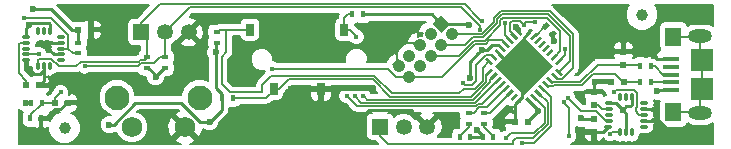
<source format=gbr>
G04 #@! TF.GenerationSoftware,KiCad,Pcbnew,(2016-12-18 revision 3ffa37c)-master*
G04 #@! TF.CreationDate,2017-03-26T15:10:27-07:00*
G04 #@! TF.ProjectId,Pensel,50656E73656C2E6B696361645F706362,rev?*
G04 #@! TF.FileFunction,Copper,L1,Top,Signal*
G04 #@! TF.FilePolarity,Positive*
%FSLAX46Y46*%
G04 Gerber Fmt 4.6, Leading zero omitted, Abs format (unit mm)*
G04 Created by KiCad (PCBNEW (2016-12-18 revision 3ffa37c)-master) date Sunday, March 26, 2017 'PMt' 03:10:27 PM*
%MOMM*%
%LPD*%
G01*
G04 APERTURE LIST*
%ADD10C,0.100000*%
%ADD11C,0.150000*%
%ADD12C,1.000000*%
%ADD13R,1.350000X0.400000*%
%ADD14R,1.400000X1.600000*%
%ADD15R,1.900000X1.900000*%
%ADD16O,2.000000X1.120000*%
%ADD17R,0.400000X0.600000*%
%ADD18C,0.250000*%
%ADD19C,1.725000*%
%ADD20O,0.300000X0.750000*%
%ADD21O,0.750000X0.300000*%
%ADD22C,1.350000*%
%ADD23R,1.350000X1.350000*%
%ADD24C,0.400000*%
%ADD25R,0.500000X0.600000*%
%ADD26C,2.100000*%
%ADD27C,1.750000*%
%ADD28R,0.700000X1.000000*%
%ADD29R,0.600000X0.500000*%
%ADD30R,0.600000X0.400000*%
%ADD31C,1.050000*%
%ADD32C,0.600000*%
%ADD33C,0.130000*%
%ADD34C,0.260000*%
%ADD35C,0.200000*%
G04 APERTURE END LIST*
D10*
D11*
X58475000Y-142275000D03*
X58475000Y-141150000D03*
X58475000Y-141925000D03*
X58825000Y-141925000D03*
X58825000Y-140800000D03*
X58825000Y-141575000D03*
X58825000Y-142275000D03*
X58475000Y-141575000D03*
X58825000Y-141150000D03*
X58475000Y-140800000D03*
X58475000Y-140450000D03*
X58825000Y-140450000D03*
X65425000Y-143675000D03*
X65775000Y-143325000D03*
X66125000Y-143325000D03*
X64650000Y-143325000D03*
X64650000Y-143675000D03*
X65775000Y-143675000D03*
X64300000Y-143325000D03*
X64300000Y-143675000D03*
X65000000Y-143675000D03*
X65000000Y-143325000D03*
X65425000Y-143325000D03*
X66125000Y-143675000D03*
X67975000Y-140050000D03*
X67975000Y-140400000D03*
X67625000Y-140050000D03*
X67625000Y-140400000D03*
X68325000Y-140400000D03*
X68325000Y-140050000D03*
X66850000Y-140050000D03*
X66850000Y-140400000D03*
X67200000Y-140400000D03*
X67200000Y-140050000D03*
X66500000Y-140400000D03*
X66500000Y-140050000D03*
X73825000Y-142800000D03*
X73125000Y-142100000D03*
X73475000Y-143150000D03*
X73825000Y-143150000D03*
X73475000Y-142100000D03*
X73825000Y-142100000D03*
X73125000Y-143150000D03*
X73825000Y-143500000D03*
X73125000Y-143500000D03*
X73475000Y-143500000D03*
X73825000Y-142450000D03*
X73125000Y-142800000D03*
X73475000Y-142800000D03*
X73125000Y-142450000D03*
X73475000Y-142450000D03*
X91800000Y-143850000D03*
X98900000Y-143800000D03*
X98200000Y-143800000D03*
X98900000Y-143450000D03*
X99675000Y-143450000D03*
X98200000Y-143450000D03*
X98900000Y-143100000D03*
X99675000Y-143100000D03*
X98200000Y-143100000D03*
X98900000Y-142750000D03*
X99675000Y-142750000D03*
X98200000Y-142750000D03*
X98900000Y-142400000D03*
X99675000Y-142400000D03*
X98200000Y-142400000D03*
X98900000Y-142050000D03*
X99675000Y-142050000D03*
X98200000Y-142050000D03*
X98900000Y-141700000D03*
X99675000Y-141700000D03*
X98200000Y-141700000D03*
X98900000Y-141350000D03*
X99675000Y-141350000D03*
X98200000Y-141350000D03*
X98900000Y-141000000D03*
X99675000Y-141000000D03*
X98200000Y-141000000D03*
X98900000Y-140650000D03*
X99675000Y-140650000D03*
X98200000Y-140650000D03*
X81450000Y-142150000D03*
X81800000Y-142150000D03*
X82150000Y-142150000D03*
X82500000Y-142150000D03*
X82850000Y-142150000D03*
X81450000Y-141800000D03*
X81800000Y-141800000D03*
X82150000Y-141800000D03*
X82500000Y-141800000D03*
X82850000Y-141800000D03*
X81450000Y-141450000D03*
X81800000Y-141450000D03*
X82150000Y-141450000D03*
X82500000Y-141450000D03*
X82850000Y-141450000D03*
X81450000Y-141100000D03*
X81800000Y-141100000D03*
X82150000Y-141100000D03*
X82500000Y-141100000D03*
X82850000Y-141100000D03*
X81450000Y-140750000D03*
X81800000Y-140750000D03*
X82150000Y-140750000D03*
X82500000Y-140750000D03*
X53625000Y-145500000D03*
X54025000Y-145500000D03*
X54025000Y-145100000D03*
X54425000Y-145100000D03*
X54425000Y-145500000D03*
X63475000Y-145750000D03*
X63975000Y-145750000D03*
X63975000Y-146175000D03*
X63475000Y-146175000D03*
X62975000Y-146175000D03*
X101125000Y-139750000D03*
X101125000Y-140225000D03*
X100750000Y-140225000D03*
X101500000Y-140225000D03*
X102025000Y-141525000D03*
X94400000Y-143300000D03*
X104400000Y-141825000D03*
X104400000Y-142275000D03*
X104400000Y-142750000D03*
X107025000Y-149475000D03*
X107575000Y-149475000D03*
X108100000Y-149475000D03*
X108650000Y-149475000D03*
X109225000Y-149475000D03*
X109225000Y-149925000D03*
X109225000Y-150400000D03*
D12*
X103375000Y-139925000D03*
D13*
X105825000Y-143700000D03*
X105825000Y-144350000D03*
X105825000Y-146300000D03*
X105825000Y-145650000D03*
D14*
X106050000Y-148200000D03*
D15*
X108500000Y-146200000D03*
D16*
X108300000Y-148255000D03*
X108300000Y-141745000D03*
D15*
X108500000Y-143800000D03*
D14*
X106050000Y-141800000D03*
D13*
X105825000Y-145000000D03*
D11*
X94675000Y-143575000D03*
X82850000Y-140750000D03*
X94975000Y-143875000D03*
D17*
X90800000Y-150300000D03*
X89900000Y-150300000D03*
D18*
X92940381Y-141365507D03*
D10*
G36*
X92604505Y-141206408D02*
X92781282Y-141029631D01*
X93276257Y-141524606D01*
X93099480Y-141701383D01*
X92604505Y-141206408D01*
X92604505Y-141206408D01*
G37*
D18*
X92586827Y-141719060D03*
D10*
G36*
X92250951Y-141559961D02*
X92427728Y-141383184D01*
X92922703Y-141878159D01*
X92745926Y-142054936D01*
X92250951Y-141559961D01*
X92250951Y-141559961D01*
G37*
D18*
X92233274Y-142072614D03*
D10*
G36*
X91897398Y-141913515D02*
X92074175Y-141736738D01*
X92569150Y-142231713D01*
X92392373Y-142408490D01*
X91897398Y-141913515D01*
X91897398Y-141913515D01*
G37*
D18*
X91879720Y-142426167D03*
D10*
G36*
X91543844Y-142267068D02*
X91720621Y-142090291D01*
X92215596Y-142585266D01*
X92038819Y-142762043D01*
X91543844Y-142267068D01*
X91543844Y-142267068D01*
G37*
D18*
X91526167Y-142779720D03*
D10*
G36*
X91190291Y-142620621D02*
X91367068Y-142443844D01*
X91862043Y-142938819D01*
X91685266Y-143115596D01*
X91190291Y-142620621D01*
X91190291Y-142620621D01*
G37*
D18*
X91172614Y-143133274D03*
D10*
G36*
X90836738Y-142974175D02*
X91013515Y-142797398D01*
X91508490Y-143292373D01*
X91331713Y-143469150D01*
X90836738Y-142974175D01*
X90836738Y-142974175D01*
G37*
D18*
X90819060Y-143486827D03*
D10*
G36*
X90483184Y-143327728D02*
X90659961Y-143150951D01*
X91154936Y-143645926D01*
X90978159Y-143822703D01*
X90483184Y-143327728D01*
X90483184Y-143327728D01*
G37*
D18*
X90465507Y-143840381D03*
D10*
G36*
X90129631Y-143681282D02*
X90306408Y-143504505D01*
X90801383Y-143999480D01*
X90624606Y-144176257D01*
X90129631Y-143681282D01*
X90129631Y-143681282D01*
G37*
D18*
X90465507Y-144759619D03*
D10*
G36*
X90306408Y-145095495D02*
X90129631Y-144918718D01*
X90624606Y-144423743D01*
X90801383Y-144600520D01*
X90306408Y-145095495D01*
X90306408Y-145095495D01*
G37*
D18*
X90819060Y-145113173D03*
D10*
G36*
X90659961Y-145449049D02*
X90483184Y-145272272D01*
X90978159Y-144777297D01*
X91154936Y-144954074D01*
X90659961Y-145449049D01*
X90659961Y-145449049D01*
G37*
D18*
X91172614Y-145466726D03*
D10*
G36*
X91013515Y-145802602D02*
X90836738Y-145625825D01*
X91331713Y-145130850D01*
X91508490Y-145307627D01*
X91013515Y-145802602D01*
X91013515Y-145802602D01*
G37*
D18*
X91526167Y-145820280D03*
D10*
G36*
X91367068Y-146156156D02*
X91190291Y-145979379D01*
X91685266Y-145484404D01*
X91862043Y-145661181D01*
X91367068Y-146156156D01*
X91367068Y-146156156D01*
G37*
D18*
X91879720Y-146173833D03*
D10*
G36*
X91720621Y-146509709D02*
X91543844Y-146332932D01*
X92038819Y-145837957D01*
X92215596Y-146014734D01*
X91720621Y-146509709D01*
X91720621Y-146509709D01*
G37*
D18*
X92233274Y-146527386D03*
D10*
G36*
X92074175Y-146863262D02*
X91897398Y-146686485D01*
X92392373Y-146191510D01*
X92569150Y-146368287D01*
X92074175Y-146863262D01*
X92074175Y-146863262D01*
G37*
D18*
X92586827Y-146880940D03*
D10*
G36*
X92427728Y-147216816D02*
X92250951Y-147040039D01*
X92745926Y-146545064D01*
X92922703Y-146721841D01*
X92427728Y-147216816D01*
X92427728Y-147216816D01*
G37*
D18*
X92940381Y-147234493D03*
D10*
G36*
X92781282Y-147570369D02*
X92604505Y-147393592D01*
X93099480Y-146898617D01*
X93276257Y-147075394D01*
X92781282Y-147570369D01*
X92781282Y-147570369D01*
G37*
D18*
X93859619Y-147234493D03*
D10*
G36*
X93523743Y-147075394D02*
X93700520Y-146898617D01*
X94195495Y-147393592D01*
X94018718Y-147570369D01*
X93523743Y-147075394D01*
X93523743Y-147075394D01*
G37*
D18*
X94213173Y-146880940D03*
D10*
G36*
X93877297Y-146721841D02*
X94054074Y-146545064D01*
X94549049Y-147040039D01*
X94372272Y-147216816D01*
X93877297Y-146721841D01*
X93877297Y-146721841D01*
G37*
D18*
X94566726Y-146527386D03*
D10*
G36*
X94230850Y-146368287D02*
X94407627Y-146191510D01*
X94902602Y-146686485D01*
X94725825Y-146863262D01*
X94230850Y-146368287D01*
X94230850Y-146368287D01*
G37*
D18*
X94920280Y-146173833D03*
D10*
G36*
X94584404Y-146014734D02*
X94761181Y-145837957D01*
X95256156Y-146332932D01*
X95079379Y-146509709D01*
X94584404Y-146014734D01*
X94584404Y-146014734D01*
G37*
D18*
X95273833Y-145820280D03*
D10*
G36*
X94937957Y-145661181D02*
X95114734Y-145484404D01*
X95609709Y-145979379D01*
X95432932Y-146156156D01*
X94937957Y-145661181D01*
X94937957Y-145661181D01*
G37*
D18*
X95627386Y-145466726D03*
D10*
G36*
X95291510Y-145307627D02*
X95468287Y-145130850D01*
X95963262Y-145625825D01*
X95786485Y-145802602D01*
X95291510Y-145307627D01*
X95291510Y-145307627D01*
G37*
D18*
X95980940Y-145113173D03*
D10*
G36*
X95645064Y-144954074D02*
X95821841Y-144777297D01*
X96316816Y-145272272D01*
X96140039Y-145449049D01*
X95645064Y-144954074D01*
X95645064Y-144954074D01*
G37*
D18*
X96334493Y-144759619D03*
D10*
G36*
X95998617Y-144600520D02*
X96175394Y-144423743D01*
X96670369Y-144918718D01*
X96493592Y-145095495D01*
X95998617Y-144600520D01*
X95998617Y-144600520D01*
G37*
D18*
X96334493Y-143840381D03*
D10*
G36*
X96175394Y-144176257D02*
X95998617Y-143999480D01*
X96493592Y-143504505D01*
X96670369Y-143681282D01*
X96175394Y-144176257D01*
X96175394Y-144176257D01*
G37*
D18*
X95980940Y-143486827D03*
D10*
G36*
X95821841Y-143822703D02*
X95645064Y-143645926D01*
X96140039Y-143150951D01*
X96316816Y-143327728D01*
X95821841Y-143822703D01*
X95821841Y-143822703D01*
G37*
D18*
X95627386Y-143133274D03*
D10*
G36*
X95468287Y-143469150D02*
X95291510Y-143292373D01*
X95786485Y-142797398D01*
X95963262Y-142974175D01*
X95468287Y-143469150D01*
X95468287Y-143469150D01*
G37*
D18*
X95273833Y-142779720D03*
D10*
G36*
X95114734Y-143115596D02*
X94937957Y-142938819D01*
X95432932Y-142443844D01*
X95609709Y-142620621D01*
X95114734Y-143115596D01*
X95114734Y-143115596D01*
G37*
D18*
X94920280Y-142426167D03*
D10*
G36*
X94761181Y-142762043D02*
X94584404Y-142585266D01*
X95079379Y-142090291D01*
X95256156Y-142267068D01*
X94761181Y-142762043D01*
X94761181Y-142762043D01*
G37*
D18*
X94566726Y-142072614D03*
D10*
G36*
X94407627Y-142408490D02*
X94230850Y-142231713D01*
X94725825Y-141736738D01*
X94902602Y-141913515D01*
X94407627Y-142408490D01*
X94407627Y-142408490D01*
G37*
D18*
X94213173Y-141719060D03*
D10*
G36*
X94054074Y-142054936D02*
X93877297Y-141878159D01*
X94372272Y-141383184D01*
X94549049Y-141559961D01*
X94054074Y-142054936D01*
X94054074Y-142054936D01*
G37*
D18*
X93859619Y-141365507D03*
D10*
G36*
X93700520Y-141701383D02*
X93523743Y-141524606D01*
X94018718Y-141029631D01*
X94195495Y-141206408D01*
X93700520Y-141701383D01*
X93700520Y-141701383D01*
G37*
D19*
X93400000Y-145519759D03*
D10*
G36*
X92180241Y-145519759D02*
X93400000Y-144300000D01*
X94619759Y-145519759D01*
X93400000Y-146739518D01*
X92180241Y-145519759D01*
X92180241Y-145519759D01*
G37*
D19*
X94619759Y-144300000D03*
D10*
G36*
X93400000Y-144300000D02*
X94619759Y-143080241D01*
X95839518Y-144300000D01*
X94619759Y-145519759D01*
X93400000Y-144300000D01*
X93400000Y-144300000D01*
G37*
D19*
X92180241Y-144300000D03*
D10*
G36*
X90960482Y-144300000D02*
X92180241Y-143080241D01*
X93400000Y-144300000D01*
X92180241Y-145519759D01*
X90960482Y-144300000D01*
X90960482Y-144300000D01*
G37*
D19*
X93400000Y-143080241D03*
D10*
G36*
X92180241Y-143080241D02*
X93400000Y-141860482D01*
X94619759Y-143080241D01*
X93400000Y-144300000D01*
X92180241Y-143080241D01*
X92180241Y-143080241D01*
G37*
D12*
X54500000Y-149500000D03*
D11*
X104400000Y-141375000D03*
D20*
X52225000Y-141325000D03*
X52725000Y-141325000D03*
X53225000Y-141325000D03*
D21*
X54225000Y-141800000D03*
X54200000Y-142300000D03*
X54200000Y-142800000D03*
X54200000Y-143300000D03*
X54200000Y-143800000D03*
D20*
X53225000Y-144275000D03*
X52725000Y-144275000D03*
X52225000Y-144275000D03*
D21*
X51225000Y-143800000D03*
X51250000Y-143300000D03*
X51250000Y-142800000D03*
X51250000Y-142300000D03*
X51250000Y-141800000D03*
D17*
X88850000Y-150300000D03*
X87950000Y-150300000D03*
D11*
X101500000Y-139750000D03*
X100750000Y-139750000D03*
D22*
X85200000Y-149400000D03*
X83200000Y-149400000D03*
D23*
X81200000Y-149400000D03*
D11*
X81300000Y-143800000D03*
X80500000Y-143000000D03*
X80500000Y-143800000D03*
X92575000Y-143800000D03*
X92600000Y-143250000D03*
X92175000Y-143475000D03*
D24*
X95843198Y-141543198D03*
D10*
G36*
X95489645Y-141613909D02*
X95913909Y-141189645D01*
X96196751Y-141472487D01*
X95772487Y-141896751D01*
X95489645Y-141613909D01*
X95489645Y-141613909D01*
G37*
D24*
X95206802Y-140906802D03*
D10*
G36*
X94853249Y-140977513D02*
X95277513Y-140553249D01*
X95560355Y-140836091D01*
X95136091Y-141260355D01*
X94853249Y-140977513D01*
X94853249Y-140977513D01*
G37*
D21*
X100575000Y-147400000D03*
X100575000Y-147900000D03*
X100575000Y-148400000D03*
X100575000Y-148900000D03*
X100550000Y-149400000D03*
D20*
X101550000Y-149875000D03*
X102050000Y-149875000D03*
X102550000Y-149875000D03*
D21*
X103525000Y-149400000D03*
X103525000Y-148900000D03*
X103525000Y-148400000D03*
X103525000Y-147900000D03*
X103550000Y-147400000D03*
D20*
X102550000Y-146925000D03*
X102050000Y-146925000D03*
X101550000Y-146925000D03*
D25*
X101820000Y-143060000D03*
X101820000Y-144160000D03*
D11*
X102025000Y-141000000D03*
X102025000Y-142025000D03*
D26*
X58940000Y-146960000D03*
D27*
X60200000Y-149450000D03*
X64700000Y-149450000D03*
D26*
X65950000Y-146960000D03*
D28*
X72200000Y-146200000D03*
X70200000Y-141200000D03*
X76200000Y-146200000D03*
X78200000Y-141200000D03*
D25*
X99300000Y-149850000D03*
X99300000Y-148750000D03*
D29*
X56750000Y-141200000D03*
X55650000Y-141200000D03*
D25*
X99300000Y-146450000D03*
X99300000Y-147550000D03*
D29*
X51250000Y-145900000D03*
X52350000Y-145900000D03*
X93750000Y-149000000D03*
X92650000Y-149000000D03*
X101825000Y-145600000D03*
X100725000Y-145600000D03*
X53650000Y-147400000D03*
X54750000Y-147400000D03*
D30*
X88700000Y-148250000D03*
X88700000Y-149150000D03*
X90000000Y-149150000D03*
X90000000Y-148250000D03*
D31*
X86396051Y-140703949D03*
D10*
G36*
X85653589Y-140703949D02*
X86396051Y-139961487D01*
X87138513Y-140703949D01*
X86396051Y-141446411D01*
X85653589Y-140703949D01*
X85653589Y-140703949D01*
G37*
D31*
X85498025Y-141601975D03*
X84600000Y-142500000D03*
X83701974Y-143398026D03*
X82803949Y-144296051D03*
X86396051Y-142500000D03*
X85498025Y-143398026D03*
X84600000Y-144296051D03*
X83701974Y-145194077D03*
X87294077Y-141601975D03*
D23*
X61000000Y-141400000D03*
D22*
X63000000Y-141400000D03*
X65000000Y-141400000D03*
D30*
X61500000Y-143550000D03*
X61500000Y-144450000D03*
X63000000Y-144450000D03*
X63000000Y-143550000D03*
D17*
X103240000Y-144270000D03*
X104140000Y-144270000D03*
X104140000Y-145590000D03*
X103240000Y-145590000D03*
X52550000Y-147400000D03*
X51650000Y-147400000D03*
D30*
X67400000Y-142300000D03*
X67400000Y-141400000D03*
D17*
X68750000Y-147000000D03*
X67850000Y-147000000D03*
X78850000Y-139900000D03*
X79750000Y-139900000D03*
X52500000Y-148700000D03*
X51600000Y-148700000D03*
D30*
X55650000Y-142300000D03*
X55650000Y-143200000D03*
D24*
X54174998Y-146500000D03*
X72100000Y-144500000D03*
D32*
X95950000Y-142150000D03*
X99375000Y-145600000D03*
X80571690Y-146128310D03*
X99400000Y-150700000D03*
X104300000Y-150600000D03*
X56700000Y-142100000D03*
X73700000Y-146200000D03*
X76200000Y-146200000D03*
X51600000Y-144499998D03*
X52800000Y-142500000D03*
X104400000Y-143400000D03*
X92716835Y-140965043D03*
X89838164Y-142910044D03*
X51825000Y-139450000D03*
X98200000Y-148700000D03*
X94600000Y-148100000D03*
X88700000Y-140800000D03*
X51200000Y-147400000D03*
X51500000Y-140800000D03*
X88823191Y-145281447D03*
X67300000Y-143100000D03*
X58300000Y-149250000D03*
X66800000Y-149000000D03*
X62200000Y-145200000D03*
X89394127Y-149706852D03*
X101750000Y-148000002D03*
D24*
X78400000Y-146800000D03*
X79082973Y-146827110D03*
D32*
X104700000Y-146400000D03*
D24*
X79800000Y-146775000D03*
X79200000Y-141800000D03*
X93367529Y-140780021D03*
X94350000Y-140575000D03*
X89825000Y-140500000D03*
X96748423Y-147347964D03*
X97200002Y-150200000D03*
X100700000Y-150000000D03*
X91791328Y-140604113D03*
X89675000Y-141200000D03*
X97125000Y-146975000D03*
X56200000Y-144295010D03*
X52297642Y-143271318D03*
X88200000Y-145700000D03*
X93200000Y-150795010D03*
X91849996Y-150375000D03*
X51100000Y-140200000D03*
X96870010Y-142872965D03*
X101000000Y-146500000D03*
D33*
X54170000Y-146500000D02*
X54174998Y-146500000D01*
X53650000Y-147020000D02*
X54170000Y-146500000D01*
X53650000Y-147400000D02*
X53650000Y-147020000D01*
X86464119Y-145194077D02*
X84444436Y-145194077D01*
X90187701Y-142375034D02*
X89283162Y-142375034D01*
X89283162Y-142375034D02*
X86464119Y-145194077D01*
X90462699Y-142100035D02*
X90187701Y-142375034D01*
X84444436Y-145194077D02*
X83701974Y-145194077D01*
X91553588Y-142100035D02*
X90462699Y-142100035D01*
X91879720Y-142426167D02*
X91553588Y-142100035D01*
X83701974Y-145194077D02*
X82577173Y-145194077D01*
X82577173Y-145194077D02*
X81883096Y-144500000D01*
X81883096Y-144500000D02*
X72100000Y-144500000D01*
X52550000Y-147400000D02*
X53650000Y-147400000D01*
X51600000Y-148700000D02*
X51600000Y-148450000D01*
X51600000Y-148450000D02*
X52550000Y-147500000D01*
X52550000Y-147500000D02*
X52550000Y-147400000D01*
D34*
X95843198Y-141543198D02*
X95843198Y-142043198D01*
X95843198Y-142043198D02*
X95950000Y-142150000D01*
X99799264Y-145600000D02*
X99375000Y-145600000D01*
X99300000Y-145675000D02*
X99375000Y-145600000D01*
X99300000Y-146450000D02*
X99300000Y-145675000D01*
X100760000Y-145570000D02*
X100730000Y-145600000D01*
X100730000Y-145600000D02*
X99799264Y-145600000D01*
X92650000Y-149000000D02*
X92650000Y-147524874D01*
X92650000Y-147524874D02*
X92940381Y-147234493D01*
X99400000Y-150700000D02*
X98300000Y-150700000D01*
X98300000Y-150700000D02*
X97900000Y-150300000D01*
X80294945Y-148005055D02*
X79500000Y-148800000D01*
X83805055Y-148005055D02*
X80294945Y-148005055D01*
X85200000Y-149400000D02*
X83805055Y-148005055D01*
X76200000Y-146200000D02*
X80500000Y-146200000D01*
X80500000Y-146200000D02*
X80571690Y-146128310D01*
X99400000Y-150700000D02*
X99400000Y-149950000D01*
X99400000Y-149950000D02*
X99300000Y-149850000D01*
X105386953Y-149500000D02*
X106386953Y-150500000D01*
X105386953Y-149500000D02*
X105386953Y-149513047D01*
X104750000Y-148863047D02*
X105386953Y-149500000D01*
X105386953Y-149513047D02*
X104300000Y-150600000D01*
X56750000Y-141200000D02*
X56750000Y-142050000D01*
X56750000Y-142050000D02*
X56700000Y-142100000D01*
X52500000Y-148700000D02*
X52960000Y-148700000D01*
X52960000Y-148700000D02*
X53709999Y-147950001D01*
X53709999Y-147950001D02*
X54149999Y-147950001D01*
X54149999Y-147950001D02*
X54700000Y-147400000D01*
X54700000Y-147400000D02*
X54750000Y-147400000D01*
X76200000Y-146200000D02*
X73700000Y-146200000D01*
X51599998Y-144500000D02*
X51600000Y-144499998D01*
X51515000Y-144500000D02*
X51599998Y-144500000D01*
X54200000Y-142300000D02*
X53000000Y-142300000D01*
X53000000Y-142300000D02*
X52800000Y-142500000D01*
X54200000Y-143300000D02*
X53600000Y-143300000D01*
X53600000Y-143300000D02*
X52800000Y-142500000D01*
X93859619Y-141365507D02*
X93859619Y-141424426D01*
X93859619Y-141424426D02*
X93400000Y-141884045D01*
X93400000Y-141884045D02*
X93400000Y-143080241D01*
X106386953Y-150500000D02*
X107075736Y-150500000D01*
X51515000Y-144500000D02*
X51225000Y-144210000D01*
X51965010Y-144950010D02*
X51515000Y-144500000D01*
X52725000Y-144275000D02*
X52725000Y-144636410D01*
X52725000Y-144636410D02*
X52411400Y-144950010D01*
X52411400Y-144950010D02*
X51965010Y-144950010D01*
X51225000Y-144210000D02*
X51225000Y-143800000D01*
X52350000Y-145900000D02*
X52725000Y-145525000D01*
X52725000Y-145525000D02*
X52725000Y-144275000D01*
X93859619Y-141365507D02*
X93859619Y-141253985D01*
X105825000Y-143700000D02*
X104700000Y-143700000D01*
X104700000Y-143700000D02*
X104400000Y-143400000D01*
X91172614Y-143133274D02*
X91800170Y-143760830D01*
X91800170Y-143760830D02*
X92089170Y-143760830D01*
X92089170Y-143760830D02*
X92525001Y-143324999D01*
X92525001Y-143324999D02*
X92600000Y-143250000D01*
X92940381Y-147234493D02*
X93258578Y-146916296D01*
X93258578Y-146916296D02*
X93258578Y-145661181D01*
X93258578Y-145661181D02*
X93400000Y-145519759D01*
X99300000Y-149850000D02*
X100100000Y-149850000D01*
X100100000Y-149850000D02*
X100550000Y-149400000D01*
X106386953Y-150500000D02*
X107500000Y-150500000D01*
X104750000Y-148750000D02*
X104750000Y-148863047D01*
X104750000Y-148000000D02*
X104750000Y-148750000D01*
X104260000Y-148000000D02*
X104750000Y-148000000D01*
X103525000Y-147900000D02*
X104160000Y-147900000D01*
X104160000Y-147900000D02*
X104260000Y-148000000D01*
X104310000Y-148750000D02*
X104750000Y-148750000D01*
X103525000Y-148900000D02*
X104160000Y-148900000D01*
X104160000Y-148900000D02*
X104310000Y-148750000D01*
D33*
X103240000Y-145590000D02*
X101815000Y-145590000D01*
X99268198Y-144914998D02*
X98273184Y-145910010D01*
X98273184Y-145910010D02*
X95954864Y-145910010D01*
X101815000Y-145590000D02*
X101139998Y-144914998D01*
X101139998Y-144914998D02*
X99268198Y-144914998D01*
X95954864Y-145910010D02*
X95867262Y-145997612D01*
X95867262Y-145997612D02*
X95451165Y-145997612D01*
X95451165Y-145997612D02*
X95273833Y-145820280D01*
X95273833Y-145820280D02*
X95328553Y-145875000D01*
X95810660Y-145650000D02*
X98165485Y-145650000D01*
X95627386Y-145466726D02*
X95810660Y-145650000D01*
X99655485Y-144160000D02*
X101440000Y-144160000D01*
X98165485Y-145650000D02*
X99655485Y-144160000D01*
X101440000Y-144160000D02*
X101820000Y-144160000D01*
X101820000Y-144160000D02*
X103130000Y-144160000D01*
X103130000Y-144160000D02*
X103240000Y-144270000D01*
D34*
X85954110Y-140262008D02*
X86396051Y-140703949D01*
X79750000Y-139900000D02*
X85592102Y-139900000D01*
X85592102Y-139900000D02*
X85954110Y-140262008D01*
X66800000Y-149000000D02*
X65991998Y-149000000D01*
X64391998Y-147400000D02*
X60498002Y-147400000D01*
X65991998Y-149000000D02*
X64391998Y-147400000D01*
X60498002Y-147400000D02*
X58648002Y-149250000D01*
X58648002Y-149250000D02*
X58300000Y-149250000D01*
X92816694Y-140965043D02*
X92716835Y-140965043D01*
X92940381Y-141088730D02*
X92816694Y-140965043D01*
X92940381Y-141365507D02*
X92940381Y-141088730D01*
X88823191Y-143925017D02*
X89538165Y-143210043D01*
X89538165Y-143210043D02*
X89838164Y-142910044D01*
X91526167Y-142779720D02*
X91211493Y-142465046D01*
X91211493Y-142465046D02*
X90707426Y-142465046D01*
X90707426Y-142465046D02*
X90262428Y-142910044D01*
X88823191Y-145281447D02*
X88823191Y-143925017D01*
X90262428Y-142910044D02*
X89838164Y-142910044D01*
X101750000Y-148000002D02*
X101149998Y-147400000D01*
X101149998Y-147400000D02*
X100575000Y-147400000D01*
X52249264Y-139450000D02*
X51825000Y-139450000D01*
X53340000Y-139450000D02*
X52249264Y-139450000D01*
X55090000Y-141200000D02*
X53340000Y-139450000D01*
X55650000Y-141200000D02*
X55090000Y-141200000D01*
X55650000Y-142300000D02*
X55650000Y-141200000D01*
X99300000Y-148750000D02*
X98250000Y-148750000D01*
X98250000Y-148750000D02*
X98200000Y-148700000D01*
X94000000Y-148700000D02*
X94600000Y-148100000D01*
X93750000Y-149000000D02*
X93750000Y-148950000D01*
X93750000Y-148950000D02*
X94000000Y-148700000D01*
X94600000Y-147974874D02*
X94600000Y-148100000D01*
X93859619Y-147234493D02*
X94600000Y-147974874D01*
X86396051Y-140703949D02*
X88603949Y-140703949D01*
X88603949Y-140703949D02*
X88700000Y-140800000D01*
X51650000Y-147400000D02*
X51200000Y-147400000D01*
X51500000Y-140800000D02*
X51650010Y-140649990D01*
X51250000Y-141050000D02*
X51500000Y-140800000D01*
X51250000Y-141800000D02*
X51250000Y-141050000D01*
X53225000Y-140690000D02*
X53225000Y-141325000D01*
X51650010Y-140649990D02*
X53184990Y-140649990D01*
X53184990Y-140649990D02*
X53225000Y-140690000D01*
X67300000Y-143100000D02*
X67300000Y-146100000D01*
X67300000Y-146100000D02*
X67850000Y-146650000D01*
X67850000Y-146650000D02*
X67850000Y-147000000D01*
X67300000Y-143100000D02*
X67300000Y-142400000D01*
X67300000Y-142400000D02*
X67400000Y-142300000D01*
X66800000Y-149000000D02*
X67800000Y-148000000D01*
X67800000Y-148000000D02*
X67800000Y-147050000D01*
X67800000Y-147050000D02*
X67850000Y-147000000D01*
X62200000Y-145150000D02*
X62200000Y-145200000D01*
X62900000Y-144450000D02*
X62200000Y-145150000D01*
X62200000Y-145050000D02*
X62200000Y-145200000D01*
X63000000Y-144450000D02*
X62900000Y-144450000D01*
X61600000Y-144450000D02*
X62200000Y-145050000D01*
X61500000Y-144450000D02*
X61600000Y-144450000D01*
X89900000Y-150300000D02*
X89900000Y-150212725D01*
X89900000Y-150212725D02*
X89394127Y-149706852D01*
X89900000Y-150300000D02*
X88850000Y-150300000D01*
X101750000Y-148000002D02*
X102049999Y-147700003D01*
X102049999Y-147700003D02*
X102409997Y-147700003D01*
X102409997Y-147700003D02*
X102550000Y-147560000D01*
X102550000Y-147560000D02*
X102550000Y-146925000D01*
X102049999Y-148300001D02*
X101750000Y-148000002D01*
X102050000Y-149875000D02*
X102049999Y-148300001D01*
D33*
X89507051Y-147500000D02*
X89367007Y-147640044D01*
X79240044Y-147640044D02*
X78400000Y-146800000D01*
X89846447Y-147500000D02*
X89507051Y-147500000D01*
X91526167Y-145820280D02*
X89846447Y-147500000D01*
X89367007Y-147640044D02*
X79240044Y-147640044D01*
X79635896Y-147380033D02*
X79082973Y-146827110D01*
X89259307Y-147380033D02*
X79635896Y-147380033D01*
X91172614Y-145466726D02*
X89259307Y-147380033D01*
D34*
X105825000Y-146300000D02*
X104800000Y-146300000D01*
X104800000Y-146300000D02*
X104700000Y-146400000D01*
D33*
X90293542Y-147760011D02*
X91879720Y-146173833D01*
X89619989Y-147760011D02*
X90293542Y-147760011D01*
X89130000Y-148250000D02*
X89619989Y-147760011D01*
X88700000Y-148250000D02*
X89130000Y-148250000D01*
X87950000Y-150300000D02*
X87950000Y-150200000D01*
X87950000Y-150200000D02*
X88700000Y-149450000D01*
X88700000Y-149450000D02*
X88700000Y-149150000D01*
X90800000Y-150300000D02*
X90800000Y-150200000D01*
X90800000Y-150200000D02*
X90000000Y-149400000D01*
X90000000Y-149400000D02*
X90000000Y-149150000D01*
X90000000Y-148250000D02*
X90510660Y-148250000D01*
X90510660Y-148250000D02*
X92233274Y-146527386D01*
X79999999Y-146974999D02*
X79800000Y-146775000D01*
X89047689Y-147120022D02*
X80145022Y-147120022D01*
X90500863Y-145431370D02*
X90500863Y-145666848D01*
X90500863Y-145666848D02*
X89047689Y-147120022D01*
X90819060Y-145113173D02*
X90500863Y-145431370D01*
X80145022Y-147120022D02*
X79999999Y-146974999D01*
X79200000Y-141720000D02*
X79200000Y-141800000D01*
X78680000Y-141200000D02*
X79200000Y-141720000D01*
X78200000Y-141200000D02*
X78680000Y-141200000D01*
X78200000Y-141200000D02*
X78200000Y-140220000D01*
X78200000Y-140220000D02*
X78520000Y-139900000D01*
X78520000Y-139900000D02*
X78850000Y-139900000D01*
X88939989Y-146860011D02*
X82092300Y-146860011D01*
X72680000Y-146200000D02*
X72200000Y-146200000D01*
X82092300Y-146860011D02*
X80592300Y-145360011D01*
X73519989Y-145360011D02*
X72680000Y-146200000D01*
X90465507Y-144759619D02*
X90147310Y-145077816D01*
X80592300Y-145360011D02*
X73519989Y-145360011D01*
X90147310Y-145652690D02*
X88939989Y-146860011D01*
X90147310Y-145077816D02*
X90147310Y-145652690D01*
X68750000Y-147000000D02*
X71550000Y-147000000D01*
X72200000Y-146350000D02*
X72200000Y-146200000D01*
X71550000Y-147000000D02*
X72200000Y-146350000D01*
X68500000Y-146500000D02*
X71200000Y-146500000D01*
X71200000Y-146500000D02*
X71200000Y-145900000D01*
X80700000Y-145100000D02*
X82200000Y-146600000D01*
X68200000Y-143100000D02*
X67800000Y-143500000D01*
X89887300Y-145512700D02*
X89887300Y-144418588D01*
X89220020Y-146179980D02*
X89887300Y-145512700D01*
X71200000Y-145900000D02*
X72000000Y-145100000D01*
X68200000Y-141200000D02*
X68200000Y-143100000D01*
X67800000Y-143500000D02*
X67800000Y-145800000D01*
X67800000Y-145800000D02*
X68500000Y-146500000D01*
X72000000Y-145100000D02*
X80700000Y-145100000D01*
X82200000Y-146600000D02*
X87892252Y-146600000D01*
X87892252Y-146600000D02*
X88312272Y-146179980D01*
X88312272Y-146179980D02*
X89220020Y-146179980D01*
X89887300Y-144418588D02*
X90465507Y-143840381D01*
X68200000Y-141200000D02*
X67600000Y-141200000D01*
X70200000Y-141200000D02*
X68200000Y-141200000D01*
X67600000Y-141200000D02*
X67400000Y-141400000D01*
X88375000Y-139050000D02*
X89625001Y-140300001D01*
X61000000Y-141400000D02*
X61000000Y-140595000D01*
X61000000Y-140595000D02*
X62545000Y-139050000D01*
X62545000Y-139050000D02*
X88375000Y-139050000D01*
X89625001Y-140300001D02*
X89825000Y-140500000D01*
X93017541Y-140430033D02*
X93167530Y-140580022D01*
X92181825Y-140663653D02*
X92415445Y-140430033D01*
X94350000Y-140575000D02*
X93572550Y-140575000D01*
X92181825Y-141314058D02*
X92181825Y-140663653D01*
X92415445Y-140430033D02*
X93017541Y-140430033D01*
X93572550Y-140575000D02*
X93567528Y-140580022D01*
X93167530Y-140580022D02*
X93367529Y-140780021D01*
X93567528Y-140580022D02*
X93367529Y-140780021D01*
X92586827Y-141719060D02*
X92181825Y-141314058D01*
X97200002Y-150200000D02*
X97200002Y-147799543D01*
X97200002Y-147799543D02*
X96948422Y-147547963D01*
X96948422Y-147547963D02*
X96748423Y-147347964D01*
X52225000Y-144275000D02*
X52225000Y-143770000D01*
X60759287Y-143900000D02*
X60904299Y-143754988D01*
X52225000Y-143770000D02*
X52330010Y-143664990D01*
X52330010Y-143664990D02*
X53352073Y-143664990D01*
X53352073Y-143664990D02*
X53987083Y-144300000D01*
X53987083Y-144300000D02*
X55500000Y-144300000D01*
X55500000Y-144300000D02*
X55900000Y-143900000D01*
X55900000Y-143900000D02*
X60759287Y-143900000D01*
X60904299Y-143754988D02*
X61295012Y-143754988D01*
X61295012Y-143754988D02*
X61500000Y-143550000D01*
X101550000Y-149875000D02*
X100825000Y-149875000D01*
X100825000Y-149875000D02*
X100700000Y-150000000D01*
X61500000Y-143550000D02*
X61500000Y-141900000D01*
X61500000Y-141900000D02*
X61000000Y-141400000D01*
X89675000Y-140917158D02*
X89675000Y-141200000D01*
X65089989Y-139310011D02*
X88067853Y-139310011D01*
X88067853Y-139310011D02*
X89675000Y-140917158D01*
X63000000Y-141400000D02*
X65089989Y-139310011D01*
X92233274Y-142072614D02*
X91791328Y-141630668D01*
X91791328Y-141630668D02*
X91791328Y-140886955D01*
X91791328Y-140886955D02*
X91791328Y-140604113D01*
X97324999Y-147174999D02*
X97125000Y-146975000D01*
X99495001Y-148045001D02*
X98195001Y-148045001D01*
X100575000Y-148900000D02*
X100350000Y-148900000D01*
X100350000Y-148900000D02*
X99495001Y-148045001D01*
X98195001Y-148045001D02*
X97324999Y-147174999D01*
X62570000Y-143550000D02*
X62105001Y-144014999D01*
X62105001Y-144014999D02*
X61011999Y-144014999D01*
X60731988Y-144295010D02*
X56200000Y-144295010D01*
X63000000Y-143550000D02*
X62570000Y-143550000D01*
X61011999Y-144014999D02*
X60731988Y-144295010D01*
X51250000Y-143300000D02*
X52268960Y-143300000D01*
X52268960Y-143300000D02*
X52297642Y-143271318D01*
X63000000Y-143550000D02*
X63000000Y-141400000D01*
X90205517Y-143309495D02*
X89358192Y-144156820D01*
X88982843Y-145899999D02*
X88399999Y-145899999D01*
X88399999Y-145899999D02*
X88200000Y-145700000D01*
X89358192Y-144156820D02*
X89358192Y-145524650D01*
X89358192Y-145524650D02*
X88982843Y-145899999D01*
X90819060Y-143486827D02*
X90641728Y-143309495D01*
X90641728Y-143309495D02*
X90205517Y-143309495D01*
X88043513Y-141595001D02*
X88036539Y-141601975D01*
X88036539Y-141601975D02*
X87294077Y-141601975D01*
X91425417Y-139650000D02*
X90876305Y-140199112D01*
X90876305Y-140199112D02*
X90876305Y-140558297D01*
X90876305Y-140558297D02*
X89839601Y-141595001D01*
X89839601Y-141595001D02*
X88043513Y-141595001D01*
X97525023Y-144474977D02*
X97525023Y-141600023D01*
X97525023Y-141600023D02*
X95575000Y-139650000D01*
X95575000Y-139650000D02*
X91425417Y-139650000D01*
X95980940Y-145113173D02*
X96257756Y-145389989D01*
X96257756Y-145389989D02*
X96610011Y-145389989D01*
X96610011Y-145389989D02*
X97525023Y-144474977D01*
X97265012Y-141715012D02*
X95460011Y-139910011D01*
X91136316Y-140306812D02*
X91136316Y-140665997D01*
X97265012Y-143829100D02*
X97265012Y-141715012D01*
X91533117Y-139910011D02*
X91136316Y-140306812D01*
X89947301Y-141855012D02*
X89067762Y-141855012D01*
X95460011Y-139910011D02*
X91533117Y-139910011D01*
X91136316Y-140665997D02*
X89947301Y-141855012D01*
X89067762Y-141855012D02*
X88422774Y-142500000D01*
X96334493Y-144759619D02*
X97265012Y-143829100D01*
X87138513Y-142500000D02*
X86396051Y-142500000D01*
X88422774Y-142500000D02*
X87138513Y-142500000D01*
X86240487Y-143398026D02*
X85498025Y-143398026D01*
X87892459Y-143398026D02*
X86240487Y-143398026D01*
X89175462Y-142115023D02*
X87892459Y-143398026D01*
X90055001Y-142115023D02*
X89175462Y-142115023D01*
X91396327Y-140773697D02*
X90055001Y-142115023D01*
X91396327Y-140414512D02*
X91396327Y-140773697D01*
X91640817Y-140170022D02*
X91396327Y-140414512D01*
X95345022Y-140170022D02*
X91640817Y-140170022D01*
X96485002Y-141310002D02*
X95345022Y-140170022D01*
X96485002Y-142406802D02*
X96485002Y-141310002D01*
X96475000Y-142416804D02*
X96485002Y-142406802D01*
X96475000Y-142992767D02*
X96475000Y-142416804D01*
X95980940Y-143486827D02*
X96475000Y-142992767D01*
X94566726Y-146527386D02*
X95400000Y-147360660D01*
X95400000Y-147360660D02*
X95400000Y-149200000D01*
X95400000Y-149200000D02*
X94200000Y-150400000D01*
X92500000Y-150612168D02*
X92500000Y-150895010D01*
X94200000Y-150400000D02*
X92712168Y-150400000D01*
X92712168Y-150400000D02*
X92500000Y-150612168D01*
X92500000Y-150895010D02*
X81890010Y-150895010D01*
X81890010Y-150895010D02*
X81200000Y-150205000D01*
X81200000Y-150205000D02*
X81200000Y-149400000D01*
X95660011Y-149339989D02*
X94204990Y-150795010D01*
X94204990Y-150795010D02*
X93482842Y-150795010D01*
X94920280Y-146173833D02*
X95660011Y-146913564D01*
X93482842Y-150795010D02*
X93200000Y-150795010D01*
X95660011Y-146913564D02*
X95660011Y-149339989D01*
X105825000Y-145650000D02*
X104200000Y-145650000D01*
X104200000Y-145650000D02*
X104140000Y-145590000D01*
X106050000Y-141800000D02*
X108245000Y-141800000D01*
X108245000Y-141800000D02*
X108300000Y-141745000D01*
X108300000Y-141745000D02*
X108300000Y-143600000D01*
X108300000Y-143600000D02*
X108500000Y-143800000D01*
X108500000Y-146200000D02*
X108500000Y-143800000D01*
X108300000Y-148255000D02*
X108300000Y-146400000D01*
X108300000Y-146400000D02*
X108500000Y-146200000D01*
X106050000Y-148200000D02*
X108245000Y-148200000D01*
X108245000Y-148200000D02*
X108300000Y-148255000D01*
X104140000Y-144270000D02*
X104470000Y-144270000D01*
X104470000Y-144270000D02*
X105200000Y-145000000D01*
X105200000Y-145000000D02*
X105825000Y-145000000D01*
X51392843Y-140210001D02*
X51382842Y-140200000D01*
X53347918Y-140210001D02*
X51392843Y-140210001D01*
X54810010Y-142694990D02*
X54810010Y-141672093D01*
X54705000Y-142800000D02*
X54810010Y-142694990D01*
X51382842Y-140200000D02*
X51100000Y-140200000D01*
X54810010Y-141672093D02*
X53347918Y-140210001D01*
X95139990Y-147807757D02*
X95139990Y-149060010D01*
X92049995Y-150175001D02*
X91849996Y-150375000D01*
X95139990Y-149060010D02*
X94249999Y-149950001D01*
X94249999Y-149950001D02*
X92274995Y-149950001D01*
X94213173Y-146880940D02*
X95139990Y-147807757D01*
X92274995Y-149950001D02*
X92049995Y-150175001D01*
X55650000Y-143200000D02*
X55220000Y-143200000D01*
X55220000Y-143200000D02*
X54820000Y-142800000D01*
X54820000Y-142800000D02*
X54705000Y-142800000D01*
X54200000Y-142800000D02*
X54705000Y-142800000D01*
X96334493Y-143840381D02*
X96870010Y-143304864D01*
X96870010Y-143304864D02*
X96870010Y-143155807D01*
X96870010Y-143155807D02*
X96870010Y-142872965D01*
X103525000Y-148400000D02*
X103150000Y-148400000D01*
X103150000Y-148400000D02*
X103000000Y-148250000D01*
X103000000Y-148250000D02*
X103000000Y-148144486D01*
X102914990Y-147740524D02*
X102949666Y-147705848D01*
X103000000Y-148144486D02*
X102914990Y-148059476D01*
X102914990Y-148059476D02*
X102914990Y-147740524D01*
X102949666Y-147705848D02*
X102935010Y-147691192D01*
X102935010Y-147691192D02*
X102935010Y-146540524D01*
X101185010Y-146314990D02*
X101000000Y-146500000D01*
X102935010Y-146540524D02*
X102709476Y-146314990D01*
X102709476Y-146314990D02*
X101185010Y-146314990D01*
X99300000Y-147550000D02*
X99680000Y-147550000D01*
X99680000Y-147550000D02*
X100030000Y-147900000D01*
X100030000Y-147900000D02*
X100575000Y-147900000D01*
X51250000Y-145900000D02*
X51250000Y-145520000D01*
X51250000Y-145520000D02*
X50614990Y-144884990D01*
X50614990Y-142430010D02*
X50745000Y-142300000D01*
X50614990Y-144884990D02*
X50614990Y-142430010D01*
X50745000Y-142300000D02*
X51250000Y-142300000D01*
X95206802Y-140906802D02*
X94394544Y-141719060D01*
X94394544Y-141719060D02*
X94213173Y-141719060D01*
X94213173Y-141719060D02*
X94213173Y-141673223D01*
D35*
G36*
X77670617Y-140000722D02*
X77627000Y-140220000D01*
X77627000Y-140238038D01*
X77483753Y-140333753D01*
X77371475Y-140501788D01*
X77332048Y-140700000D01*
X77332048Y-141700000D01*
X77371475Y-141898212D01*
X77483753Y-142066247D01*
X77651788Y-142178525D01*
X77850000Y-142217952D01*
X78550000Y-142217952D01*
X78605760Y-142206861D01*
X78798426Y-142399864D01*
X79058552Y-142507877D01*
X79340212Y-142508123D01*
X79600526Y-142400564D01*
X79799864Y-142201574D01*
X79907877Y-141941448D01*
X79908123Y-141659788D01*
X79800564Y-141399474D01*
X79601574Y-141200136D01*
X79411594Y-141121250D01*
X79085172Y-140794828D01*
X79067952Y-140783322D01*
X79067952Y-140714381D01*
X79248212Y-140678525D01*
X79300000Y-140643921D01*
X79351788Y-140678525D01*
X79550000Y-140717952D01*
X79950000Y-140717952D01*
X80148212Y-140678525D01*
X80316247Y-140566247D01*
X80335121Y-140538000D01*
X85086165Y-140538000D01*
X84768517Y-140706264D01*
X84481274Y-141053617D01*
X84391325Y-141270771D01*
X84506719Y-141447975D01*
X84847243Y-141447975D01*
X84754000Y-141508694D01*
X84754000Y-141755975D01*
X84506719Y-141755975D01*
X84446000Y-141849218D01*
X84446000Y-141508694D01*
X84268796Y-141393300D01*
X83870492Y-141604289D01*
X83583249Y-141951642D01*
X83493300Y-142168796D01*
X83608694Y-142346000D01*
X84446000Y-142346000D01*
X84446000Y-142036394D01*
X84602314Y-142331483D01*
X84827978Y-142518095D01*
X84614141Y-142731932D01*
X84658593Y-142776384D01*
X84622801Y-142812114D01*
X84600139Y-142866691D01*
X84578220Y-142813643D01*
X84541216Y-142776575D01*
X84585859Y-142731932D01*
X84368068Y-142514141D01*
X84323615Y-142558594D01*
X84287886Y-142522802D01*
X83908352Y-142365205D01*
X83497399Y-142364847D01*
X83117591Y-142521780D01*
X82826750Y-142812114D01*
X82669153Y-143191648D01*
X82668795Y-143602601D01*
X82825728Y-143982409D01*
X82862732Y-144019477D01*
X82818090Y-144064119D01*
X83035881Y-144281910D01*
X83080333Y-144237458D01*
X83116062Y-144273250D01*
X83170639Y-144295912D01*
X83117591Y-144317831D01*
X83080523Y-144354834D01*
X83035881Y-144310192D01*
X82818090Y-144527983D01*
X82862542Y-144572435D01*
X82826750Y-144608165D01*
X82821388Y-144621077D01*
X82814517Y-144621077D01*
X82755616Y-144562176D01*
X82789808Y-144527983D01*
X82572017Y-144310192D01*
X82537825Y-144344385D01*
X82335491Y-144142051D01*
X82649949Y-144142051D01*
X82649949Y-143304745D01*
X82472745Y-143189351D01*
X82074441Y-143400340D01*
X81787198Y-143747693D01*
X81712926Y-143927000D01*
X80143048Y-143927000D01*
X80157833Y-143891394D01*
X80158166Y-143510278D01*
X80012626Y-143158046D01*
X79743372Y-142888321D01*
X79391394Y-142742167D01*
X79010278Y-142741834D01*
X78658046Y-142887374D01*
X78388321Y-143156628D01*
X78242167Y-143508606D01*
X78241834Y-143889722D01*
X78257237Y-143927000D01*
X72528391Y-143927000D01*
X72501574Y-143900136D01*
X72241448Y-143792123D01*
X72157920Y-143792050D01*
X72158166Y-143510278D01*
X72012626Y-143158046D01*
X71743372Y-142888321D01*
X71391394Y-142742167D01*
X71010278Y-142741834D01*
X70658046Y-142887374D01*
X70388321Y-143156628D01*
X70242167Y-143508606D01*
X70241834Y-143889722D01*
X70387374Y-144241954D01*
X70656628Y-144511679D01*
X71008606Y-144657833D01*
X71389722Y-144658166D01*
X71397899Y-144654787D01*
X71467185Y-144822471D01*
X70794828Y-145494828D01*
X70670617Y-145680722D01*
X70627000Y-145900000D01*
X70627000Y-145927000D01*
X68737345Y-145927000D01*
X68373000Y-145562656D01*
X68373000Y-143737344D01*
X68605172Y-143505172D01*
X68729383Y-143319278D01*
X68733609Y-143298030D01*
X68773000Y-143100000D01*
X68773000Y-141773000D01*
X69346569Y-141773000D01*
X69371475Y-141898212D01*
X69483753Y-142066247D01*
X69651788Y-142178525D01*
X69850000Y-142217952D01*
X70550000Y-142217952D01*
X70748212Y-142178525D01*
X70916247Y-142066247D01*
X71028525Y-141898212D01*
X71067952Y-141700000D01*
X71067952Y-140700000D01*
X71028525Y-140501788D01*
X70916247Y-140333753D01*
X70748212Y-140221475D01*
X70550000Y-140182048D01*
X69850000Y-140182048D01*
X69651788Y-140221475D01*
X69483753Y-140333753D01*
X69371475Y-140501788D01*
X69346569Y-140627000D01*
X67600000Y-140627000D01*
X67380722Y-140670617D01*
X67363614Y-140682048D01*
X67100000Y-140682048D01*
X66901788Y-140721475D01*
X66733753Y-140833753D01*
X66621475Y-141001788D01*
X66582048Y-141200000D01*
X66582048Y-141600000D01*
X66621475Y-141798212D01*
X66656079Y-141850000D01*
X66621475Y-141901788D01*
X66582048Y-142100000D01*
X66582048Y-142500000D01*
X66611911Y-142650133D01*
X66492140Y-142938574D01*
X66491860Y-143260016D01*
X66614611Y-143557097D01*
X66662000Y-143604569D01*
X66662000Y-145568671D01*
X66261265Y-145402271D01*
X65641454Y-145401730D01*
X65068617Y-145638422D01*
X64629962Y-146076312D01*
X64392271Y-146648735D01*
X64392172Y-146762035D01*
X64391998Y-146762000D01*
X60498174Y-146762000D01*
X60498270Y-146651454D01*
X60261578Y-146078617D01*
X59823688Y-145639962D01*
X59251265Y-145402271D01*
X58631454Y-145401730D01*
X58058617Y-145638422D01*
X57619962Y-146076312D01*
X57382271Y-146648735D01*
X57381730Y-147268546D01*
X57618422Y-147841383D01*
X58056312Y-148280038D01*
X58446666Y-148442127D01*
X58139984Y-148441860D01*
X57842903Y-148564611D01*
X57615410Y-148791707D01*
X57492140Y-149088574D01*
X57491860Y-149410016D01*
X57614611Y-149707097D01*
X57841707Y-149934590D01*
X58138574Y-150057860D01*
X58460016Y-150058140D01*
X58757097Y-149935389D01*
X58843530Y-149849107D01*
X58866603Y-149844517D01*
X59026866Y-150232383D01*
X59415570Y-150621767D01*
X59923697Y-150832760D01*
X60473889Y-150833240D01*
X60982383Y-150623134D01*
X61371767Y-150234430D01*
X61582760Y-149726303D01*
X61583176Y-149248598D01*
X63201419Y-149248598D01*
X63238419Y-149837411D01*
X63392565Y-150209553D01*
X63635587Y-150296624D01*
X64482211Y-149450000D01*
X63635587Y-148603376D01*
X63392565Y-148690447D01*
X63201419Y-149248598D01*
X61583176Y-149248598D01*
X61583240Y-149176111D01*
X61373134Y-148667617D01*
X60984430Y-148278233D01*
X60657705Y-148142565D01*
X60762270Y-148038000D01*
X64127730Y-148038000D01*
X64146815Y-148057085D01*
X63940447Y-148142565D01*
X63853376Y-148385587D01*
X64700000Y-149232211D01*
X64714142Y-149218069D01*
X64931931Y-149435858D01*
X64917789Y-149450000D01*
X65764413Y-150296624D01*
X66007435Y-150209553D01*
X66198581Y-149651402D01*
X66197739Y-149638000D01*
X66295198Y-149638000D01*
X66341707Y-149684590D01*
X66638574Y-149807860D01*
X66960016Y-149808140D01*
X67257097Y-149685389D01*
X67484590Y-149458293D01*
X67607860Y-149161426D01*
X67607918Y-149094350D01*
X68251134Y-148451134D01*
X68389435Y-148244152D01*
X68438000Y-148000000D01*
X68438000Y-147795674D01*
X68550000Y-147817952D01*
X68950000Y-147817952D01*
X69148212Y-147778525D01*
X69316247Y-147666247D01*
X69378553Y-147573000D01*
X71550000Y-147573000D01*
X71769278Y-147529383D01*
X71955172Y-147405172D01*
X72142392Y-147217952D01*
X72550000Y-147217952D01*
X72748212Y-147178525D01*
X72916247Y-147066247D01*
X73028525Y-146898212D01*
X73067952Y-146700000D01*
X73067952Y-146616678D01*
X73085172Y-146605172D01*
X73184344Y-146506000D01*
X75242000Y-146506000D01*
X75242000Y-146820938D01*
X75334562Y-147044404D01*
X75505595Y-147215437D01*
X75729061Y-147308000D01*
X75894000Y-147308000D01*
X76046000Y-147156000D01*
X76046000Y-146354000D01*
X76354000Y-146354000D01*
X76354000Y-147156000D01*
X76506000Y-147308000D01*
X76670939Y-147308000D01*
X76894405Y-147215437D01*
X77065438Y-147044404D01*
X77158000Y-146820938D01*
X77158000Y-146506000D01*
X77006000Y-146354000D01*
X76354000Y-146354000D01*
X76046000Y-146354000D01*
X75394000Y-146354000D01*
X75242000Y-146506000D01*
X73184344Y-146506000D01*
X73757333Y-145933011D01*
X75281011Y-145933011D01*
X75394000Y-146046000D01*
X76046000Y-146046000D01*
X76046000Y-146026000D01*
X76354000Y-146026000D01*
X76354000Y-146046000D01*
X77006000Y-146046000D01*
X77118989Y-145933011D01*
X80354956Y-145933011D01*
X80968967Y-146547022D01*
X80471859Y-146547022D01*
X80400564Y-146374474D01*
X80201574Y-146175136D01*
X79941448Y-146067123D01*
X79659788Y-146066877D01*
X79399474Y-146174436D01*
X79387104Y-146186784D01*
X79224421Y-146119233D01*
X78942761Y-146118987D01*
X78774037Y-146188702D01*
X78541448Y-146092123D01*
X78259788Y-146091877D01*
X77999474Y-146199436D01*
X77800136Y-146398426D01*
X77692123Y-146658552D01*
X77691877Y-146940212D01*
X77799436Y-147200526D01*
X77998426Y-147399864D01*
X78258552Y-147507877D01*
X78297567Y-147507911D01*
X78834872Y-148045216D01*
X79020767Y-148169428D01*
X79240044Y-148213044D01*
X80494856Y-148213044D01*
X80326788Y-148246475D01*
X80158753Y-148358753D01*
X80046475Y-148526788D01*
X80007048Y-148725000D01*
X80007048Y-150075000D01*
X80046475Y-150273212D01*
X80158753Y-150441247D01*
X80326788Y-150553525D01*
X80525000Y-150592952D01*
X80783322Y-150592952D01*
X80794828Y-150610172D01*
X81076656Y-150892000D01*
X65134684Y-150892000D01*
X65459553Y-150757435D01*
X65546624Y-150514413D01*
X64700000Y-149667789D01*
X63853376Y-150514413D01*
X63940447Y-150757435D01*
X64333380Y-150892000D01*
X50608000Y-150892000D01*
X50608000Y-147950649D01*
X50741707Y-148084590D01*
X50943732Y-148168478D01*
X50921475Y-148201788D01*
X50882048Y-148400000D01*
X50882048Y-149000000D01*
X50921475Y-149198212D01*
X51033753Y-149366247D01*
X51201788Y-149478525D01*
X51400000Y-149517952D01*
X51800000Y-149517952D01*
X51931878Y-149491720D01*
X51955595Y-149515437D01*
X52179061Y-149608000D01*
X52248000Y-149608000D01*
X52400000Y-149456000D01*
X52400000Y-148850000D01*
X52326000Y-148850000D01*
X52326000Y-148550000D01*
X52400000Y-148550000D01*
X52400000Y-148526000D01*
X52600000Y-148526000D01*
X52600000Y-148550000D01*
X53156000Y-148550000D01*
X53308000Y-148398000D01*
X53308000Y-148279062D01*
X53254073Y-148148871D01*
X53350000Y-148167952D01*
X53950000Y-148167952D01*
X54081878Y-148141720D01*
X54105595Y-148165437D01*
X54123949Y-148173039D01*
X53724971Y-148337893D01*
X53339248Y-148722944D01*
X53248203Y-148942203D01*
X53156000Y-148850000D01*
X52600000Y-148850000D01*
X52600000Y-149456000D01*
X52752000Y-149608000D01*
X52820939Y-149608000D01*
X53044405Y-149515437D01*
X53130061Y-149429781D01*
X53129763Y-149771314D01*
X53337893Y-150275029D01*
X53722944Y-150660752D01*
X54226295Y-150869762D01*
X54771314Y-150870237D01*
X55275029Y-150662107D01*
X55660752Y-150277056D01*
X55869762Y-149773705D01*
X55870237Y-149228686D01*
X55662107Y-148724971D01*
X55277056Y-148339248D01*
X55081389Y-148258000D01*
X55170939Y-148258000D01*
X55394405Y-148165437D01*
X55565438Y-147994404D01*
X55658000Y-147770938D01*
X55658000Y-147677000D01*
X55506000Y-147525000D01*
X54900000Y-147525000D01*
X54900000Y-147574000D01*
X54600000Y-147574000D01*
X54600000Y-147525000D01*
X54576000Y-147525000D01*
X54576000Y-147275000D01*
X54600000Y-147275000D01*
X54600000Y-147226000D01*
X54900000Y-147226000D01*
X54900000Y-147275000D01*
X55506000Y-147275000D01*
X55658000Y-147123000D01*
X55658000Y-147029062D01*
X55565438Y-146805596D01*
X55394405Y-146634563D01*
X55170939Y-146542000D01*
X55052000Y-146542000D01*
X54904002Y-146689998D01*
X54904002Y-146542000D01*
X54882962Y-146542000D01*
X54883121Y-146359788D01*
X54775562Y-146099474D01*
X54576572Y-145900136D01*
X54316446Y-145792123D01*
X54034786Y-145791877D01*
X53774472Y-145899436D01*
X53575134Y-146098426D01*
X53467121Y-146358552D01*
X53467091Y-146392565D01*
X53244828Y-146614828D01*
X53215437Y-146658814D01*
X53151788Y-146671475D01*
X53087415Y-146714488D01*
X53002256Y-146657586D01*
X53165438Y-146494404D01*
X53258000Y-146270938D01*
X53258000Y-146177000D01*
X53106000Y-146025000D01*
X52500000Y-146025000D01*
X52500000Y-146074000D01*
X52200000Y-146074000D01*
X52200000Y-146025000D01*
X52176000Y-146025000D01*
X52176000Y-145775000D01*
X52200000Y-145775000D01*
X52200000Y-145726000D01*
X52500000Y-145726000D01*
X52500000Y-145775000D01*
X53106000Y-145775000D01*
X53258000Y-145623000D01*
X53258000Y-145529062D01*
X53165438Y-145305596D01*
X53045281Y-145185439D01*
X53104304Y-145151291D01*
X53225000Y-145175299D01*
X53476806Y-145125212D01*
X53690276Y-144982575D01*
X53789723Y-144833743D01*
X53987083Y-144873000D01*
X55500000Y-144873000D01*
X55719278Y-144829383D01*
X55727539Y-144823863D01*
X55798426Y-144894874D01*
X56058552Y-145002887D01*
X56340212Y-145003133D01*
X56600526Y-144895574D01*
X56628138Y-144868010D01*
X60731988Y-144868010D01*
X60734385Y-144867533D01*
X60833753Y-145016247D01*
X61001788Y-145128525D01*
X61200000Y-145167952D01*
X61392027Y-145167952D01*
X61391860Y-145360016D01*
X61514611Y-145657097D01*
X61741707Y-145884590D01*
X62038574Y-146007860D01*
X62360016Y-146008140D01*
X62657097Y-145885389D01*
X62884590Y-145658293D01*
X63007860Y-145361426D01*
X63007962Y-145244306D01*
X63084316Y-145167952D01*
X63300000Y-145167952D01*
X63498212Y-145128525D01*
X63666247Y-145016247D01*
X63778525Y-144848212D01*
X63817952Y-144650000D01*
X63817952Y-144250000D01*
X63778525Y-144051788D01*
X63743921Y-144000000D01*
X63778525Y-143948212D01*
X63817952Y-143750000D01*
X63817952Y-143350000D01*
X63778525Y-143151788D01*
X63666247Y-142983753D01*
X63573000Y-142921447D01*
X63573000Y-142443249D01*
X63669240Y-142403483D01*
X63753749Y-142319121D01*
X64298668Y-142319121D01*
X64361032Y-142541463D01*
X64846490Y-142699097D01*
X65355318Y-142658955D01*
X65638968Y-142541463D01*
X65701332Y-142319121D01*
X65000000Y-141617789D01*
X64298668Y-142319121D01*
X63753749Y-142319121D01*
X63995819Y-142077474D01*
X64080879Y-142101332D01*
X64782211Y-141400000D01*
X65217789Y-141400000D01*
X65919121Y-142101332D01*
X66141463Y-142038968D01*
X66299097Y-141553510D01*
X66258955Y-141044682D01*
X66141463Y-140761032D01*
X65919121Y-140698668D01*
X65217789Y-141400000D01*
X64782211Y-141400000D01*
X64768069Y-141385858D01*
X64985858Y-141168069D01*
X65000000Y-141182211D01*
X65701332Y-140480879D01*
X65638968Y-140258537D01*
X65153510Y-140100903D01*
X65105667Y-140104677D01*
X65327333Y-139883011D01*
X77749269Y-139883011D01*
X77670617Y-140000722D01*
X77670617Y-140000722D01*
G37*
X77670617Y-140000722D02*
X77627000Y-140220000D01*
X77627000Y-140238038D01*
X77483753Y-140333753D01*
X77371475Y-140501788D01*
X77332048Y-140700000D01*
X77332048Y-141700000D01*
X77371475Y-141898212D01*
X77483753Y-142066247D01*
X77651788Y-142178525D01*
X77850000Y-142217952D01*
X78550000Y-142217952D01*
X78605760Y-142206861D01*
X78798426Y-142399864D01*
X79058552Y-142507877D01*
X79340212Y-142508123D01*
X79600526Y-142400564D01*
X79799864Y-142201574D01*
X79907877Y-141941448D01*
X79908123Y-141659788D01*
X79800564Y-141399474D01*
X79601574Y-141200136D01*
X79411594Y-141121250D01*
X79085172Y-140794828D01*
X79067952Y-140783322D01*
X79067952Y-140714381D01*
X79248212Y-140678525D01*
X79300000Y-140643921D01*
X79351788Y-140678525D01*
X79550000Y-140717952D01*
X79950000Y-140717952D01*
X80148212Y-140678525D01*
X80316247Y-140566247D01*
X80335121Y-140538000D01*
X85086165Y-140538000D01*
X84768517Y-140706264D01*
X84481274Y-141053617D01*
X84391325Y-141270771D01*
X84506719Y-141447975D01*
X84847243Y-141447975D01*
X84754000Y-141508694D01*
X84754000Y-141755975D01*
X84506719Y-141755975D01*
X84446000Y-141849218D01*
X84446000Y-141508694D01*
X84268796Y-141393300D01*
X83870492Y-141604289D01*
X83583249Y-141951642D01*
X83493300Y-142168796D01*
X83608694Y-142346000D01*
X84446000Y-142346000D01*
X84446000Y-142036394D01*
X84602314Y-142331483D01*
X84827978Y-142518095D01*
X84614141Y-142731932D01*
X84658593Y-142776384D01*
X84622801Y-142812114D01*
X84600139Y-142866691D01*
X84578220Y-142813643D01*
X84541216Y-142776575D01*
X84585859Y-142731932D01*
X84368068Y-142514141D01*
X84323615Y-142558594D01*
X84287886Y-142522802D01*
X83908352Y-142365205D01*
X83497399Y-142364847D01*
X83117591Y-142521780D01*
X82826750Y-142812114D01*
X82669153Y-143191648D01*
X82668795Y-143602601D01*
X82825728Y-143982409D01*
X82862732Y-144019477D01*
X82818090Y-144064119D01*
X83035881Y-144281910D01*
X83080333Y-144237458D01*
X83116062Y-144273250D01*
X83170639Y-144295912D01*
X83117591Y-144317831D01*
X83080523Y-144354834D01*
X83035881Y-144310192D01*
X82818090Y-144527983D01*
X82862542Y-144572435D01*
X82826750Y-144608165D01*
X82821388Y-144621077D01*
X82814517Y-144621077D01*
X82755616Y-144562176D01*
X82789808Y-144527983D01*
X82572017Y-144310192D01*
X82537825Y-144344385D01*
X82335491Y-144142051D01*
X82649949Y-144142051D01*
X82649949Y-143304745D01*
X82472745Y-143189351D01*
X82074441Y-143400340D01*
X81787198Y-143747693D01*
X81712926Y-143927000D01*
X80143048Y-143927000D01*
X80157833Y-143891394D01*
X80158166Y-143510278D01*
X80012626Y-143158046D01*
X79743372Y-142888321D01*
X79391394Y-142742167D01*
X79010278Y-142741834D01*
X78658046Y-142887374D01*
X78388321Y-143156628D01*
X78242167Y-143508606D01*
X78241834Y-143889722D01*
X78257237Y-143927000D01*
X72528391Y-143927000D01*
X72501574Y-143900136D01*
X72241448Y-143792123D01*
X72157920Y-143792050D01*
X72158166Y-143510278D01*
X72012626Y-143158046D01*
X71743372Y-142888321D01*
X71391394Y-142742167D01*
X71010278Y-142741834D01*
X70658046Y-142887374D01*
X70388321Y-143156628D01*
X70242167Y-143508606D01*
X70241834Y-143889722D01*
X70387374Y-144241954D01*
X70656628Y-144511679D01*
X71008606Y-144657833D01*
X71389722Y-144658166D01*
X71397899Y-144654787D01*
X71467185Y-144822471D01*
X70794828Y-145494828D01*
X70670617Y-145680722D01*
X70627000Y-145900000D01*
X70627000Y-145927000D01*
X68737345Y-145927000D01*
X68373000Y-145562656D01*
X68373000Y-143737344D01*
X68605172Y-143505172D01*
X68729383Y-143319278D01*
X68733609Y-143298030D01*
X68773000Y-143100000D01*
X68773000Y-141773000D01*
X69346569Y-141773000D01*
X69371475Y-141898212D01*
X69483753Y-142066247D01*
X69651788Y-142178525D01*
X69850000Y-142217952D01*
X70550000Y-142217952D01*
X70748212Y-142178525D01*
X70916247Y-142066247D01*
X71028525Y-141898212D01*
X71067952Y-141700000D01*
X71067952Y-140700000D01*
X71028525Y-140501788D01*
X70916247Y-140333753D01*
X70748212Y-140221475D01*
X70550000Y-140182048D01*
X69850000Y-140182048D01*
X69651788Y-140221475D01*
X69483753Y-140333753D01*
X69371475Y-140501788D01*
X69346569Y-140627000D01*
X67600000Y-140627000D01*
X67380722Y-140670617D01*
X67363614Y-140682048D01*
X67100000Y-140682048D01*
X66901788Y-140721475D01*
X66733753Y-140833753D01*
X66621475Y-141001788D01*
X66582048Y-141200000D01*
X66582048Y-141600000D01*
X66621475Y-141798212D01*
X66656079Y-141850000D01*
X66621475Y-141901788D01*
X66582048Y-142100000D01*
X66582048Y-142500000D01*
X66611911Y-142650133D01*
X66492140Y-142938574D01*
X66491860Y-143260016D01*
X66614611Y-143557097D01*
X66662000Y-143604569D01*
X66662000Y-145568671D01*
X66261265Y-145402271D01*
X65641454Y-145401730D01*
X65068617Y-145638422D01*
X64629962Y-146076312D01*
X64392271Y-146648735D01*
X64392172Y-146762035D01*
X64391998Y-146762000D01*
X60498174Y-146762000D01*
X60498270Y-146651454D01*
X60261578Y-146078617D01*
X59823688Y-145639962D01*
X59251265Y-145402271D01*
X58631454Y-145401730D01*
X58058617Y-145638422D01*
X57619962Y-146076312D01*
X57382271Y-146648735D01*
X57381730Y-147268546D01*
X57618422Y-147841383D01*
X58056312Y-148280038D01*
X58446666Y-148442127D01*
X58139984Y-148441860D01*
X57842903Y-148564611D01*
X57615410Y-148791707D01*
X57492140Y-149088574D01*
X57491860Y-149410016D01*
X57614611Y-149707097D01*
X57841707Y-149934590D01*
X58138574Y-150057860D01*
X58460016Y-150058140D01*
X58757097Y-149935389D01*
X58843530Y-149849107D01*
X58866603Y-149844517D01*
X59026866Y-150232383D01*
X59415570Y-150621767D01*
X59923697Y-150832760D01*
X60473889Y-150833240D01*
X60982383Y-150623134D01*
X61371767Y-150234430D01*
X61582760Y-149726303D01*
X61583176Y-149248598D01*
X63201419Y-149248598D01*
X63238419Y-149837411D01*
X63392565Y-150209553D01*
X63635587Y-150296624D01*
X64482211Y-149450000D01*
X63635587Y-148603376D01*
X63392565Y-148690447D01*
X63201419Y-149248598D01*
X61583176Y-149248598D01*
X61583240Y-149176111D01*
X61373134Y-148667617D01*
X60984430Y-148278233D01*
X60657705Y-148142565D01*
X60762270Y-148038000D01*
X64127730Y-148038000D01*
X64146815Y-148057085D01*
X63940447Y-148142565D01*
X63853376Y-148385587D01*
X64700000Y-149232211D01*
X64714142Y-149218069D01*
X64931931Y-149435858D01*
X64917789Y-149450000D01*
X65764413Y-150296624D01*
X66007435Y-150209553D01*
X66198581Y-149651402D01*
X66197739Y-149638000D01*
X66295198Y-149638000D01*
X66341707Y-149684590D01*
X66638574Y-149807860D01*
X66960016Y-149808140D01*
X67257097Y-149685389D01*
X67484590Y-149458293D01*
X67607860Y-149161426D01*
X67607918Y-149094350D01*
X68251134Y-148451134D01*
X68389435Y-148244152D01*
X68438000Y-148000000D01*
X68438000Y-147795674D01*
X68550000Y-147817952D01*
X68950000Y-147817952D01*
X69148212Y-147778525D01*
X69316247Y-147666247D01*
X69378553Y-147573000D01*
X71550000Y-147573000D01*
X71769278Y-147529383D01*
X71955172Y-147405172D01*
X72142392Y-147217952D01*
X72550000Y-147217952D01*
X72748212Y-147178525D01*
X72916247Y-147066247D01*
X73028525Y-146898212D01*
X73067952Y-146700000D01*
X73067952Y-146616678D01*
X73085172Y-146605172D01*
X73184344Y-146506000D01*
X75242000Y-146506000D01*
X75242000Y-146820938D01*
X75334562Y-147044404D01*
X75505595Y-147215437D01*
X75729061Y-147308000D01*
X75894000Y-147308000D01*
X76046000Y-147156000D01*
X76046000Y-146354000D01*
X76354000Y-146354000D01*
X76354000Y-147156000D01*
X76506000Y-147308000D01*
X76670939Y-147308000D01*
X76894405Y-147215437D01*
X77065438Y-147044404D01*
X77158000Y-146820938D01*
X77158000Y-146506000D01*
X77006000Y-146354000D01*
X76354000Y-146354000D01*
X76046000Y-146354000D01*
X75394000Y-146354000D01*
X75242000Y-146506000D01*
X73184344Y-146506000D01*
X73757333Y-145933011D01*
X75281011Y-145933011D01*
X75394000Y-146046000D01*
X76046000Y-146046000D01*
X76046000Y-146026000D01*
X76354000Y-146026000D01*
X76354000Y-146046000D01*
X77006000Y-146046000D01*
X77118989Y-145933011D01*
X80354956Y-145933011D01*
X80968967Y-146547022D01*
X80471859Y-146547022D01*
X80400564Y-146374474D01*
X80201574Y-146175136D01*
X79941448Y-146067123D01*
X79659788Y-146066877D01*
X79399474Y-146174436D01*
X79387104Y-146186784D01*
X79224421Y-146119233D01*
X78942761Y-146118987D01*
X78774037Y-146188702D01*
X78541448Y-146092123D01*
X78259788Y-146091877D01*
X77999474Y-146199436D01*
X77800136Y-146398426D01*
X77692123Y-146658552D01*
X77691877Y-146940212D01*
X77799436Y-147200526D01*
X77998426Y-147399864D01*
X78258552Y-147507877D01*
X78297567Y-147507911D01*
X78834872Y-148045216D01*
X79020767Y-148169428D01*
X79240044Y-148213044D01*
X80494856Y-148213044D01*
X80326788Y-148246475D01*
X80158753Y-148358753D01*
X80046475Y-148526788D01*
X80007048Y-148725000D01*
X80007048Y-150075000D01*
X80046475Y-150273212D01*
X80158753Y-150441247D01*
X80326788Y-150553525D01*
X80525000Y-150592952D01*
X80783322Y-150592952D01*
X80794828Y-150610172D01*
X81076656Y-150892000D01*
X65134684Y-150892000D01*
X65459553Y-150757435D01*
X65546624Y-150514413D01*
X64700000Y-149667789D01*
X63853376Y-150514413D01*
X63940447Y-150757435D01*
X64333380Y-150892000D01*
X50608000Y-150892000D01*
X50608000Y-147950649D01*
X50741707Y-148084590D01*
X50943732Y-148168478D01*
X50921475Y-148201788D01*
X50882048Y-148400000D01*
X50882048Y-149000000D01*
X50921475Y-149198212D01*
X51033753Y-149366247D01*
X51201788Y-149478525D01*
X51400000Y-149517952D01*
X51800000Y-149517952D01*
X51931878Y-149491720D01*
X51955595Y-149515437D01*
X52179061Y-149608000D01*
X52248000Y-149608000D01*
X52400000Y-149456000D01*
X52400000Y-148850000D01*
X52326000Y-148850000D01*
X52326000Y-148550000D01*
X52400000Y-148550000D01*
X52400000Y-148526000D01*
X52600000Y-148526000D01*
X52600000Y-148550000D01*
X53156000Y-148550000D01*
X53308000Y-148398000D01*
X53308000Y-148279062D01*
X53254073Y-148148871D01*
X53350000Y-148167952D01*
X53950000Y-148167952D01*
X54081878Y-148141720D01*
X54105595Y-148165437D01*
X54123949Y-148173039D01*
X53724971Y-148337893D01*
X53339248Y-148722944D01*
X53248203Y-148942203D01*
X53156000Y-148850000D01*
X52600000Y-148850000D01*
X52600000Y-149456000D01*
X52752000Y-149608000D01*
X52820939Y-149608000D01*
X53044405Y-149515437D01*
X53130061Y-149429781D01*
X53129763Y-149771314D01*
X53337893Y-150275029D01*
X53722944Y-150660752D01*
X54226295Y-150869762D01*
X54771314Y-150870237D01*
X55275029Y-150662107D01*
X55660752Y-150277056D01*
X55869762Y-149773705D01*
X55870237Y-149228686D01*
X55662107Y-148724971D01*
X55277056Y-148339248D01*
X55081389Y-148258000D01*
X55170939Y-148258000D01*
X55394405Y-148165437D01*
X55565438Y-147994404D01*
X55658000Y-147770938D01*
X55658000Y-147677000D01*
X55506000Y-147525000D01*
X54900000Y-147525000D01*
X54900000Y-147574000D01*
X54600000Y-147574000D01*
X54600000Y-147525000D01*
X54576000Y-147525000D01*
X54576000Y-147275000D01*
X54600000Y-147275000D01*
X54600000Y-147226000D01*
X54900000Y-147226000D01*
X54900000Y-147275000D01*
X55506000Y-147275000D01*
X55658000Y-147123000D01*
X55658000Y-147029062D01*
X55565438Y-146805596D01*
X55394405Y-146634563D01*
X55170939Y-146542000D01*
X55052000Y-146542000D01*
X54904002Y-146689998D01*
X54904002Y-146542000D01*
X54882962Y-146542000D01*
X54883121Y-146359788D01*
X54775562Y-146099474D01*
X54576572Y-145900136D01*
X54316446Y-145792123D01*
X54034786Y-145791877D01*
X53774472Y-145899436D01*
X53575134Y-146098426D01*
X53467121Y-146358552D01*
X53467091Y-146392565D01*
X53244828Y-146614828D01*
X53215437Y-146658814D01*
X53151788Y-146671475D01*
X53087415Y-146714488D01*
X53002256Y-146657586D01*
X53165438Y-146494404D01*
X53258000Y-146270938D01*
X53258000Y-146177000D01*
X53106000Y-146025000D01*
X52500000Y-146025000D01*
X52500000Y-146074000D01*
X52200000Y-146074000D01*
X52200000Y-146025000D01*
X52176000Y-146025000D01*
X52176000Y-145775000D01*
X52200000Y-145775000D01*
X52200000Y-145726000D01*
X52500000Y-145726000D01*
X52500000Y-145775000D01*
X53106000Y-145775000D01*
X53258000Y-145623000D01*
X53258000Y-145529062D01*
X53165438Y-145305596D01*
X53045281Y-145185439D01*
X53104304Y-145151291D01*
X53225000Y-145175299D01*
X53476806Y-145125212D01*
X53690276Y-144982575D01*
X53789723Y-144833743D01*
X53987083Y-144873000D01*
X55500000Y-144873000D01*
X55719278Y-144829383D01*
X55727539Y-144823863D01*
X55798426Y-144894874D01*
X56058552Y-145002887D01*
X56340212Y-145003133D01*
X56600526Y-144895574D01*
X56628138Y-144868010D01*
X60731988Y-144868010D01*
X60734385Y-144867533D01*
X60833753Y-145016247D01*
X61001788Y-145128525D01*
X61200000Y-145167952D01*
X61392027Y-145167952D01*
X61391860Y-145360016D01*
X61514611Y-145657097D01*
X61741707Y-145884590D01*
X62038574Y-146007860D01*
X62360016Y-146008140D01*
X62657097Y-145885389D01*
X62884590Y-145658293D01*
X63007860Y-145361426D01*
X63007962Y-145244306D01*
X63084316Y-145167952D01*
X63300000Y-145167952D01*
X63498212Y-145128525D01*
X63666247Y-145016247D01*
X63778525Y-144848212D01*
X63817952Y-144650000D01*
X63817952Y-144250000D01*
X63778525Y-144051788D01*
X63743921Y-144000000D01*
X63778525Y-143948212D01*
X63817952Y-143750000D01*
X63817952Y-143350000D01*
X63778525Y-143151788D01*
X63666247Y-142983753D01*
X63573000Y-142921447D01*
X63573000Y-142443249D01*
X63669240Y-142403483D01*
X63753749Y-142319121D01*
X64298668Y-142319121D01*
X64361032Y-142541463D01*
X64846490Y-142699097D01*
X65355318Y-142658955D01*
X65638968Y-142541463D01*
X65701332Y-142319121D01*
X65000000Y-141617789D01*
X64298668Y-142319121D01*
X63753749Y-142319121D01*
X63995819Y-142077474D01*
X64080879Y-142101332D01*
X64782211Y-141400000D01*
X65217789Y-141400000D01*
X65919121Y-142101332D01*
X66141463Y-142038968D01*
X66299097Y-141553510D01*
X66258955Y-141044682D01*
X66141463Y-140761032D01*
X65919121Y-140698668D01*
X65217789Y-141400000D01*
X64782211Y-141400000D01*
X64768069Y-141385858D01*
X64985858Y-141168069D01*
X65000000Y-141182211D01*
X65701332Y-140480879D01*
X65638968Y-140258537D01*
X65153510Y-140100903D01*
X65105667Y-140104677D01*
X65327333Y-139883011D01*
X77749269Y-139883011D01*
X77670617Y-140000722D01*
G36*
X104538574Y-147207860D02*
X104860016Y-147208140D01*
X104871124Y-147203550D01*
X104832048Y-147400000D01*
X104832048Y-149000000D01*
X104871475Y-149198212D01*
X104983753Y-149366247D01*
X105151788Y-149478525D01*
X105350000Y-149517952D01*
X106750000Y-149517952D01*
X106948212Y-149478525D01*
X107116247Y-149366247D01*
X107228525Y-149198212D01*
X107243558Y-149122638D01*
X107421751Y-149241703D01*
X107830457Y-149323000D01*
X108769543Y-149323000D01*
X109178249Y-149241703D01*
X109392000Y-149098879D01*
X109392000Y-150892000D01*
X97379235Y-150892000D01*
X97600528Y-150800564D01*
X97799866Y-150601574D01*
X97907879Y-150341448D01*
X97908044Y-150152000D01*
X98442000Y-150152000D01*
X98442000Y-150270939D01*
X98534563Y-150494405D01*
X98705596Y-150665438D01*
X98929062Y-150758000D01*
X99023000Y-150758000D01*
X99175000Y-150606000D01*
X99175000Y-150000000D01*
X98594000Y-150000000D01*
X98442000Y-150152000D01*
X97908044Y-150152000D01*
X97908125Y-150059788D01*
X97800566Y-149799474D01*
X97773002Y-149771862D01*
X97773002Y-149397585D01*
X98038574Y-149507860D01*
X98360016Y-149508140D01*
X98442000Y-149474265D01*
X98442000Y-149548000D01*
X98594000Y-149700000D01*
X99175000Y-149700000D01*
X99175000Y-149676000D01*
X99425000Y-149676000D01*
X99425000Y-149700000D01*
X99474000Y-149700000D01*
X99474000Y-150000000D01*
X99425000Y-150000000D01*
X99425000Y-150606000D01*
X99577000Y-150758000D01*
X99670938Y-150758000D01*
X99894404Y-150665438D01*
X100065437Y-150494405D01*
X100102890Y-150403986D01*
X100298426Y-150599864D01*
X100558552Y-150707877D01*
X100840212Y-150708123D01*
X101100526Y-150600564D01*
X101104985Y-150596113D01*
X101298194Y-150725212D01*
X101550000Y-150775299D01*
X101800000Y-150725571D01*
X102050000Y-150775299D01*
X102300000Y-150725571D01*
X102550000Y-150775299D01*
X102801806Y-150725212D01*
X103015276Y-150582575D01*
X103157913Y-150369105D01*
X103208000Y-150117299D01*
X103208000Y-150043141D01*
X103282701Y-150058000D01*
X103767299Y-150058000D01*
X104019105Y-150007913D01*
X104232575Y-149865276D01*
X104375212Y-149651806D01*
X104425299Y-149400000D01*
X104401291Y-149279304D01*
X104477451Y-149147663D01*
X104483261Y-149092072D01*
X104351341Y-148975000D01*
X104259487Y-148975000D01*
X104232575Y-148934724D01*
X104180607Y-148900000D01*
X104232575Y-148865276D01*
X104259487Y-148825000D01*
X104351341Y-148825000D01*
X104483261Y-148707928D01*
X104477451Y-148652337D01*
X104401291Y-148520696D01*
X104425299Y-148400000D01*
X104401291Y-148279304D01*
X104477451Y-148147663D01*
X104483261Y-148092072D01*
X104351341Y-147975000D01*
X104259487Y-147975000D01*
X104232575Y-147934724D01*
X104193107Y-147908352D01*
X104257575Y-147865276D01*
X104284487Y-147825000D01*
X104351341Y-147825000D01*
X104483261Y-147707928D01*
X104477451Y-147652337D01*
X104419895Y-147552853D01*
X104450299Y-147400000D01*
X104400692Y-147150606D01*
X104538574Y-147207860D01*
X104538574Y-147207860D01*
G37*
X104538574Y-147207860D02*
X104860016Y-147208140D01*
X104871124Y-147203550D01*
X104832048Y-147400000D01*
X104832048Y-149000000D01*
X104871475Y-149198212D01*
X104983753Y-149366247D01*
X105151788Y-149478525D01*
X105350000Y-149517952D01*
X106750000Y-149517952D01*
X106948212Y-149478525D01*
X107116247Y-149366247D01*
X107228525Y-149198212D01*
X107243558Y-149122638D01*
X107421751Y-149241703D01*
X107830457Y-149323000D01*
X108769543Y-149323000D01*
X109178249Y-149241703D01*
X109392000Y-149098879D01*
X109392000Y-150892000D01*
X97379235Y-150892000D01*
X97600528Y-150800564D01*
X97799866Y-150601574D01*
X97907879Y-150341448D01*
X97908044Y-150152000D01*
X98442000Y-150152000D01*
X98442000Y-150270939D01*
X98534563Y-150494405D01*
X98705596Y-150665438D01*
X98929062Y-150758000D01*
X99023000Y-150758000D01*
X99175000Y-150606000D01*
X99175000Y-150000000D01*
X98594000Y-150000000D01*
X98442000Y-150152000D01*
X97908044Y-150152000D01*
X97908125Y-150059788D01*
X97800566Y-149799474D01*
X97773002Y-149771862D01*
X97773002Y-149397585D01*
X98038574Y-149507860D01*
X98360016Y-149508140D01*
X98442000Y-149474265D01*
X98442000Y-149548000D01*
X98594000Y-149700000D01*
X99175000Y-149700000D01*
X99175000Y-149676000D01*
X99425000Y-149676000D01*
X99425000Y-149700000D01*
X99474000Y-149700000D01*
X99474000Y-150000000D01*
X99425000Y-150000000D01*
X99425000Y-150606000D01*
X99577000Y-150758000D01*
X99670938Y-150758000D01*
X99894404Y-150665438D01*
X100065437Y-150494405D01*
X100102890Y-150403986D01*
X100298426Y-150599864D01*
X100558552Y-150707877D01*
X100840212Y-150708123D01*
X101100526Y-150600564D01*
X101104985Y-150596113D01*
X101298194Y-150725212D01*
X101550000Y-150775299D01*
X101800000Y-150725571D01*
X102050000Y-150775299D01*
X102300000Y-150725571D01*
X102550000Y-150775299D01*
X102801806Y-150725212D01*
X103015276Y-150582575D01*
X103157913Y-150369105D01*
X103208000Y-150117299D01*
X103208000Y-150043141D01*
X103282701Y-150058000D01*
X103767299Y-150058000D01*
X104019105Y-150007913D01*
X104232575Y-149865276D01*
X104375212Y-149651806D01*
X104425299Y-149400000D01*
X104401291Y-149279304D01*
X104477451Y-149147663D01*
X104483261Y-149092072D01*
X104351341Y-148975000D01*
X104259487Y-148975000D01*
X104232575Y-148934724D01*
X104180607Y-148900000D01*
X104232575Y-148865276D01*
X104259487Y-148825000D01*
X104351341Y-148825000D01*
X104483261Y-148707928D01*
X104477451Y-148652337D01*
X104401291Y-148520696D01*
X104425299Y-148400000D01*
X104401291Y-148279304D01*
X104477451Y-148147663D01*
X104483261Y-148092072D01*
X104351341Y-147975000D01*
X104259487Y-147975000D01*
X104232575Y-147934724D01*
X104193107Y-147908352D01*
X104257575Y-147865276D01*
X104284487Y-147825000D01*
X104351341Y-147825000D01*
X104483261Y-147707928D01*
X104477451Y-147652337D01*
X104419895Y-147552853D01*
X104450299Y-147400000D01*
X104400692Y-147150606D01*
X104538574Y-147207860D01*
G36*
X84561032Y-148258537D02*
X84498668Y-148480879D01*
X85200000Y-149182211D01*
X85901332Y-148480879D01*
X85838968Y-148258537D01*
X85698865Y-148213044D01*
X87882048Y-148213044D01*
X87882048Y-148450000D01*
X87921475Y-148648212D01*
X87956079Y-148700000D01*
X87921475Y-148751788D01*
X87882048Y-148950000D01*
X87882048Y-149350000D01*
X87899901Y-149439755D01*
X87857608Y-149482048D01*
X87750000Y-149482048D01*
X87551788Y-149521475D01*
X87383753Y-149633753D01*
X87271475Y-149801788D01*
X87232048Y-150000000D01*
X87232048Y-150322010D01*
X86125202Y-150322010D01*
X86232502Y-150214710D01*
X86119123Y-150101331D01*
X86341463Y-150038968D01*
X86499097Y-149553510D01*
X86458955Y-149044682D01*
X86341463Y-148761032D01*
X86119121Y-148698668D01*
X85417789Y-149400000D01*
X85431931Y-149414142D01*
X85214142Y-149631931D01*
X85200000Y-149617789D01*
X85185858Y-149631931D01*
X84968069Y-149414142D01*
X84982211Y-149400000D01*
X84280879Y-148698668D01*
X84195385Y-148722648D01*
X83870990Y-148397686D01*
X83436346Y-148217206D01*
X82965719Y-148216795D01*
X82530760Y-148396517D01*
X82361268Y-148565714D01*
X82353525Y-148526788D01*
X82241247Y-148358753D01*
X82073212Y-148246475D01*
X81905144Y-148213044D01*
X84670862Y-148213044D01*
X84561032Y-148258537D01*
X84561032Y-148258537D01*
G37*
X84561032Y-148258537D02*
X84498668Y-148480879D01*
X85200000Y-149182211D01*
X85901332Y-148480879D01*
X85838968Y-148258537D01*
X85698865Y-148213044D01*
X87882048Y-148213044D01*
X87882048Y-148450000D01*
X87921475Y-148648212D01*
X87956079Y-148700000D01*
X87921475Y-148751788D01*
X87882048Y-148950000D01*
X87882048Y-149350000D01*
X87899901Y-149439755D01*
X87857608Y-149482048D01*
X87750000Y-149482048D01*
X87551788Y-149521475D01*
X87383753Y-149633753D01*
X87271475Y-149801788D01*
X87232048Y-150000000D01*
X87232048Y-150322010D01*
X86125202Y-150322010D01*
X86232502Y-150214710D01*
X86119123Y-150101331D01*
X86341463Y-150038968D01*
X86499097Y-149553510D01*
X86458955Y-149044682D01*
X86341463Y-148761032D01*
X86119121Y-148698668D01*
X85417789Y-149400000D01*
X85431931Y-149414142D01*
X85214142Y-149631931D01*
X85200000Y-149617789D01*
X85185858Y-149631931D01*
X84968069Y-149414142D01*
X84982211Y-149400000D01*
X84280879Y-148698668D01*
X84195385Y-148722648D01*
X83870990Y-148397686D01*
X83436346Y-148217206D01*
X82965719Y-148216795D01*
X82530760Y-148396517D01*
X82361268Y-148565714D01*
X82353525Y-148526788D01*
X82241247Y-148358753D01*
X82073212Y-148246475D01*
X81905144Y-148213044D01*
X84670862Y-148213044D01*
X84561032Y-148258537D01*
G36*
X92089068Y-147737997D02*
X92111298Y-147760227D01*
X92326259Y-147760227D01*
X92364329Y-147722157D01*
X92427728Y-147734768D01*
X92553515Y-147709747D01*
X92414647Y-147848615D01*
X92414647Y-148063576D01*
X92436877Y-148085806D01*
X92572541Y-148142000D01*
X92495998Y-148142000D01*
X92495998Y-148289998D01*
X92348000Y-148142000D01*
X92229061Y-148142000D01*
X92005595Y-148234563D01*
X91834562Y-148405596D01*
X91742000Y-148629062D01*
X91742000Y-148723000D01*
X91894000Y-148875000D01*
X92500000Y-148875000D01*
X92500000Y-148826000D01*
X92800000Y-148826000D01*
X92800000Y-148875000D01*
X92824000Y-148875000D01*
X92824000Y-149125000D01*
X92800000Y-149125000D01*
X92800000Y-149174000D01*
X92500000Y-149174000D01*
X92500000Y-149125000D01*
X91894000Y-149125000D01*
X91742000Y-149277000D01*
X91742000Y-149370938D01*
X91830370Y-149584282D01*
X91747742Y-149666910D01*
X91709784Y-149666877D01*
X91457917Y-149770946D01*
X91366247Y-149633753D01*
X91198212Y-149521475D01*
X91000000Y-149482048D01*
X90892392Y-149482048D01*
X90808394Y-149398050D01*
X90817952Y-149350000D01*
X90817952Y-148950000D01*
X90778525Y-148751788D01*
X90776275Y-148748421D01*
X90915832Y-148655172D01*
X92014069Y-147556935D01*
X92089068Y-147737997D01*
X92089068Y-147737997D01*
G37*
X92089068Y-147737997D02*
X92111298Y-147760227D01*
X92326259Y-147760227D01*
X92364329Y-147722157D01*
X92427728Y-147734768D01*
X92553515Y-147709747D01*
X92414647Y-147848615D01*
X92414647Y-148063576D01*
X92436877Y-148085806D01*
X92572541Y-148142000D01*
X92495998Y-148142000D01*
X92495998Y-148289998D01*
X92348000Y-148142000D01*
X92229061Y-148142000D01*
X92005595Y-148234563D01*
X91834562Y-148405596D01*
X91742000Y-148629062D01*
X91742000Y-148723000D01*
X91894000Y-148875000D01*
X92500000Y-148875000D01*
X92500000Y-148826000D01*
X92800000Y-148826000D01*
X92800000Y-148875000D01*
X92824000Y-148875000D01*
X92824000Y-149125000D01*
X92800000Y-149125000D01*
X92800000Y-149174000D01*
X92500000Y-149174000D01*
X92500000Y-149125000D01*
X91894000Y-149125000D01*
X91742000Y-149277000D01*
X91742000Y-149370938D01*
X91830370Y-149584282D01*
X91747742Y-149666910D01*
X91709784Y-149666877D01*
X91457917Y-149770946D01*
X91366247Y-149633753D01*
X91198212Y-149521475D01*
X91000000Y-149482048D01*
X90892392Y-149482048D01*
X90808394Y-149398050D01*
X90817952Y-149350000D01*
X90817952Y-148950000D01*
X90778525Y-148751788D01*
X90776275Y-148748421D01*
X90915832Y-148655172D01*
X92014069Y-147556935D01*
X92089068Y-147737997D01*
G36*
X99425000Y-146300000D02*
X100006000Y-146300000D01*
X100010579Y-146295421D01*
X100080595Y-146365437D01*
X100292040Y-146453021D01*
X100291877Y-146640212D01*
X100333935Y-146742000D01*
X100332701Y-146742000D01*
X100158000Y-146776750D01*
X100158000Y-146752000D01*
X100006000Y-146600000D01*
X99425000Y-146600000D01*
X99425000Y-146624000D01*
X99175000Y-146624000D01*
X99175000Y-146600000D01*
X98594000Y-146600000D01*
X98442000Y-146752000D01*
X98442000Y-146870939D01*
X98534563Y-147094405D01*
X98558280Y-147118122D01*
X98532048Y-147250000D01*
X98532048Y-147472001D01*
X98432345Y-147472001D01*
X97833090Y-146872746D01*
X97833123Y-146834788D01*
X97725564Y-146574474D01*
X97634260Y-146483010D01*
X98273184Y-146483010D01*
X98492462Y-146439393D01*
X98579881Y-146380981D01*
X98678356Y-146315183D01*
X98693539Y-146300000D01*
X99175000Y-146300000D01*
X99175000Y-146276000D01*
X99425000Y-146276000D01*
X99425000Y-146300000D01*
X99425000Y-146300000D01*
G37*
X99425000Y-146300000D02*
X100006000Y-146300000D01*
X100010579Y-146295421D01*
X100080595Y-146365437D01*
X100292040Y-146453021D01*
X100291877Y-146640212D01*
X100333935Y-146742000D01*
X100332701Y-146742000D01*
X100158000Y-146776750D01*
X100158000Y-146752000D01*
X100006000Y-146600000D01*
X99425000Y-146600000D01*
X99425000Y-146624000D01*
X99175000Y-146624000D01*
X99175000Y-146600000D01*
X98594000Y-146600000D01*
X98442000Y-146752000D01*
X98442000Y-146870939D01*
X98534563Y-147094405D01*
X98558280Y-147118122D01*
X98532048Y-147250000D01*
X98532048Y-147472001D01*
X98432345Y-147472001D01*
X97833090Y-146872746D01*
X97833123Y-146834788D01*
X97725564Y-146574474D01*
X97634260Y-146483010D01*
X98273184Y-146483010D01*
X98492462Y-146439393D01*
X98579881Y-146380981D01*
X98678356Y-146315183D01*
X98693539Y-146300000D01*
X99175000Y-146300000D01*
X99175000Y-146276000D01*
X99425000Y-146276000D01*
X99425000Y-146300000D01*
G36*
X100899000Y-145725000D02*
X100875000Y-145725000D01*
X100875000Y-145774000D01*
X100575000Y-145774000D01*
X100575000Y-145725000D01*
X99984842Y-145725000D01*
X99894404Y-145634562D01*
X99670938Y-145542000D01*
X99577000Y-145542000D01*
X99454002Y-145664998D01*
X99454002Y-145542000D01*
X99451541Y-145542000D01*
X99505543Y-145487998D01*
X100899000Y-145487998D01*
X100899000Y-145725000D01*
X100899000Y-145725000D01*
G37*
X100899000Y-145725000D02*
X100875000Y-145725000D01*
X100875000Y-145774000D01*
X100575000Y-145774000D01*
X100575000Y-145725000D01*
X99984842Y-145725000D01*
X99894404Y-145634562D01*
X99670938Y-145542000D01*
X99577000Y-145542000D01*
X99454002Y-145664998D01*
X99454002Y-145542000D01*
X99451541Y-145542000D01*
X99505543Y-145487998D01*
X100899000Y-145487998D01*
X100899000Y-145725000D01*
G36*
X93631931Y-143066099D02*
X93617789Y-143080241D01*
X94619759Y-144082211D01*
X94633901Y-144068069D01*
X94851690Y-144285858D01*
X94837548Y-144300000D01*
X94851690Y-144314142D01*
X94633901Y-144531931D01*
X94619759Y-144517789D01*
X93617789Y-145519759D01*
X93631931Y-145533901D01*
X93414142Y-145751690D01*
X93400000Y-145737548D01*
X93385858Y-145751690D01*
X93168069Y-145533901D01*
X93182211Y-145519759D01*
X92180241Y-144517789D01*
X92166099Y-144531931D01*
X91948310Y-144314142D01*
X91962452Y-144300000D01*
X92398030Y-144300000D01*
X93400000Y-145301970D01*
X94401970Y-144300000D01*
X93400000Y-143298030D01*
X92398030Y-144300000D01*
X91962452Y-144300000D01*
X91948310Y-144285858D01*
X92166099Y-144068069D01*
X92180241Y-144082211D01*
X93182211Y-143080241D01*
X93168069Y-143066099D01*
X93385858Y-142848310D01*
X93400000Y-142862452D01*
X93414142Y-142848310D01*
X93631931Y-143066099D01*
X93631931Y-143066099D01*
G37*
X93631931Y-143066099D02*
X93617789Y-143080241D01*
X94619759Y-144082211D01*
X94633901Y-144068069D01*
X94851690Y-144285858D01*
X94837548Y-144300000D01*
X94851690Y-144314142D01*
X94633901Y-144531931D01*
X94619759Y-144517789D01*
X93617789Y-145519759D01*
X93631931Y-145533901D01*
X93414142Y-145751690D01*
X93400000Y-145737548D01*
X93385858Y-145751690D01*
X93168069Y-145533901D01*
X93182211Y-145519759D01*
X92180241Y-144517789D01*
X92166099Y-144531931D01*
X91948310Y-144314142D01*
X91962452Y-144300000D01*
X92398030Y-144300000D01*
X93400000Y-145301970D01*
X94401970Y-144300000D01*
X93400000Y-143298030D01*
X92398030Y-144300000D01*
X91962452Y-144300000D01*
X91948310Y-144285858D01*
X92166099Y-144068069D01*
X92180241Y-144082211D01*
X93182211Y-143080241D01*
X93168069Y-143066099D01*
X93385858Y-142848310D01*
X93400000Y-142862452D01*
X93414142Y-142848310D01*
X93631931Y-143066099D01*
G36*
X51379000Y-144413168D02*
X51499573Y-144566854D01*
X51572960Y-144547261D01*
X51617087Y-144769105D01*
X51759724Y-144982575D01*
X51879428Y-145062559D01*
X51705595Y-145134563D01*
X51683273Y-145156885D01*
X51655172Y-145114828D01*
X51187990Y-144647646D01*
X51187990Y-143958000D01*
X51379000Y-143958000D01*
X51379000Y-144413168D01*
X51379000Y-144413168D01*
G37*
X51379000Y-144413168D02*
X51499573Y-144566854D01*
X51572960Y-144547261D01*
X51617087Y-144769105D01*
X51759724Y-144982575D01*
X51879428Y-145062559D01*
X51705595Y-145134563D01*
X51683273Y-145156885D01*
X51655172Y-145114828D01*
X51187990Y-144647646D01*
X51187990Y-143958000D01*
X51379000Y-143958000D01*
X51379000Y-144413168D01*
G36*
X102214248Y-139147944D02*
X102005238Y-139651295D01*
X102004763Y-140196314D01*
X102212893Y-140700029D01*
X102597944Y-141085752D01*
X103101295Y-141294762D01*
X103646314Y-141295237D01*
X104150029Y-141087107D01*
X104535752Y-140702056D01*
X104744762Y-140198705D01*
X104745237Y-139653686D01*
X104537107Y-139149971D01*
X104495209Y-139108000D01*
X109392000Y-139108000D01*
X109392000Y-140901121D01*
X109178249Y-140758297D01*
X108769543Y-140677000D01*
X107830457Y-140677000D01*
X107421751Y-140758297D01*
X107243558Y-140877362D01*
X107228525Y-140801788D01*
X107116247Y-140633753D01*
X106948212Y-140521475D01*
X106750000Y-140482048D01*
X105350000Y-140482048D01*
X105151788Y-140521475D01*
X104983753Y-140633753D01*
X104871475Y-140801788D01*
X104832048Y-141000000D01*
X104832048Y-142600000D01*
X104871475Y-142798212D01*
X104954718Y-142922794D01*
X104805596Y-142984562D01*
X104634563Y-143155595D01*
X104542000Y-143379061D01*
X104542000Y-143448000D01*
X104639998Y-143545998D01*
X104619811Y-143545998D01*
X104538212Y-143491475D01*
X104340000Y-143452048D01*
X103940000Y-143452048D01*
X103741788Y-143491475D01*
X103690000Y-143526079D01*
X103638212Y-143491475D01*
X103440000Y-143452048D01*
X103040000Y-143452048D01*
X102841788Y-143491475D01*
X102698826Y-143587000D01*
X102634068Y-143587000D01*
X102678000Y-143480939D01*
X102678000Y-143362000D01*
X102526000Y-143210000D01*
X101945000Y-143210000D01*
X101945000Y-143234000D01*
X101695000Y-143234000D01*
X101695000Y-143210000D01*
X101114000Y-143210000D01*
X100962000Y-143362000D01*
X100962000Y-143480939D01*
X101005932Y-143587000D01*
X99655485Y-143587000D01*
X99436207Y-143630617D01*
X99289256Y-143728807D01*
X99250313Y-143754828D01*
X97928141Y-145077000D01*
X97733344Y-145077000D01*
X97930195Y-144880149D01*
X98054406Y-144694255D01*
X98061575Y-144658212D01*
X98098023Y-144474977D01*
X98098023Y-142639061D01*
X100962000Y-142639061D01*
X100962000Y-142758000D01*
X101114000Y-142910000D01*
X101695000Y-142910000D01*
X101695000Y-142304000D01*
X101945000Y-142304000D01*
X101945000Y-142910000D01*
X102526000Y-142910000D01*
X102678000Y-142758000D01*
X102678000Y-142639061D01*
X102585437Y-142415595D01*
X102414404Y-142244562D01*
X102190938Y-142152000D01*
X102097000Y-142152000D01*
X101945000Y-142304000D01*
X101695000Y-142304000D01*
X101543000Y-142152000D01*
X101449062Y-142152000D01*
X101225596Y-142244562D01*
X101054563Y-142415595D01*
X100962000Y-142639061D01*
X98098023Y-142639061D01*
X98098023Y-141600023D01*
X98054406Y-141380745D01*
X97930195Y-141194851D01*
X95980172Y-139244828D01*
X95963597Y-139233753D01*
X95794278Y-139120617D01*
X95730848Y-139108000D01*
X102254262Y-139108000D01*
X102214248Y-139147944D01*
X102214248Y-139147944D01*
G37*
X102214248Y-139147944D02*
X102005238Y-139651295D01*
X102004763Y-140196314D01*
X102212893Y-140700029D01*
X102597944Y-141085752D01*
X103101295Y-141294762D01*
X103646314Y-141295237D01*
X104150029Y-141087107D01*
X104535752Y-140702056D01*
X104744762Y-140198705D01*
X104745237Y-139653686D01*
X104537107Y-139149971D01*
X104495209Y-139108000D01*
X109392000Y-139108000D01*
X109392000Y-140901121D01*
X109178249Y-140758297D01*
X108769543Y-140677000D01*
X107830457Y-140677000D01*
X107421751Y-140758297D01*
X107243558Y-140877362D01*
X107228525Y-140801788D01*
X107116247Y-140633753D01*
X106948212Y-140521475D01*
X106750000Y-140482048D01*
X105350000Y-140482048D01*
X105151788Y-140521475D01*
X104983753Y-140633753D01*
X104871475Y-140801788D01*
X104832048Y-141000000D01*
X104832048Y-142600000D01*
X104871475Y-142798212D01*
X104954718Y-142922794D01*
X104805596Y-142984562D01*
X104634563Y-143155595D01*
X104542000Y-143379061D01*
X104542000Y-143448000D01*
X104639998Y-143545998D01*
X104619811Y-143545998D01*
X104538212Y-143491475D01*
X104340000Y-143452048D01*
X103940000Y-143452048D01*
X103741788Y-143491475D01*
X103690000Y-143526079D01*
X103638212Y-143491475D01*
X103440000Y-143452048D01*
X103040000Y-143452048D01*
X102841788Y-143491475D01*
X102698826Y-143587000D01*
X102634068Y-143587000D01*
X102678000Y-143480939D01*
X102678000Y-143362000D01*
X102526000Y-143210000D01*
X101945000Y-143210000D01*
X101945000Y-143234000D01*
X101695000Y-143234000D01*
X101695000Y-143210000D01*
X101114000Y-143210000D01*
X100962000Y-143362000D01*
X100962000Y-143480939D01*
X101005932Y-143587000D01*
X99655485Y-143587000D01*
X99436207Y-143630617D01*
X99289256Y-143728807D01*
X99250313Y-143754828D01*
X97928141Y-145077000D01*
X97733344Y-145077000D01*
X97930195Y-144880149D01*
X98054406Y-144694255D01*
X98061575Y-144658212D01*
X98098023Y-144474977D01*
X98098023Y-142639061D01*
X100962000Y-142639061D01*
X100962000Y-142758000D01*
X101114000Y-142910000D01*
X101695000Y-142910000D01*
X101695000Y-142304000D01*
X101945000Y-142304000D01*
X101945000Y-142910000D01*
X102526000Y-142910000D01*
X102678000Y-142758000D01*
X102678000Y-142639061D01*
X102585437Y-142415595D01*
X102414404Y-142244562D01*
X102190938Y-142152000D01*
X102097000Y-142152000D01*
X101945000Y-142304000D01*
X101695000Y-142304000D01*
X101543000Y-142152000D01*
X101449062Y-142152000D01*
X101225596Y-142244562D01*
X101054563Y-142415595D01*
X100962000Y-142639061D01*
X98098023Y-142639061D01*
X98098023Y-141600023D01*
X98054406Y-141380745D01*
X97930195Y-141194851D01*
X95980172Y-139244828D01*
X95963597Y-139233753D01*
X95794278Y-139120617D01*
X95730848Y-139108000D01*
X102254262Y-139108000D01*
X102214248Y-139147944D01*
G36*
X60594828Y-140189828D02*
X60583322Y-140207048D01*
X60325000Y-140207048D01*
X60126788Y-140246475D01*
X59958753Y-140358753D01*
X59846475Y-140526788D01*
X59807048Y-140725000D01*
X59807048Y-142075000D01*
X59846475Y-142273212D01*
X59958753Y-142441247D01*
X60126788Y-142553525D01*
X60325000Y-142592952D01*
X60927000Y-142592952D01*
X60927000Y-142921447D01*
X60833753Y-142983753D01*
X60721475Y-143151788D01*
X60707689Y-143221096D01*
X60685021Y-143225605D01*
X60533273Y-143327000D01*
X56467952Y-143327000D01*
X56467952Y-143000000D01*
X56428525Y-142801788D01*
X56393921Y-142750000D01*
X56428525Y-142698212D01*
X56467952Y-142500000D01*
X56467952Y-142100000D01*
X56457673Y-142048327D01*
X56600000Y-141906000D01*
X56600000Y-141325000D01*
X56900000Y-141325000D01*
X56900000Y-141906000D01*
X57052000Y-142058000D01*
X57170939Y-142058000D01*
X57394405Y-141965437D01*
X57565438Y-141794404D01*
X57658000Y-141570938D01*
X57658000Y-141477000D01*
X57506000Y-141325000D01*
X56900000Y-141325000D01*
X56600000Y-141325000D01*
X56576000Y-141325000D01*
X56576000Y-141075000D01*
X56600000Y-141075000D01*
X56600000Y-140494000D01*
X56900000Y-140494000D01*
X56900000Y-141075000D01*
X57506000Y-141075000D01*
X57658000Y-140923000D01*
X57658000Y-140829062D01*
X57565438Y-140605596D01*
X57394405Y-140434563D01*
X57170939Y-140342000D01*
X57052000Y-140342000D01*
X56900000Y-140494000D01*
X56600000Y-140494000D01*
X56448000Y-140342000D01*
X56329061Y-140342000D01*
X56105595Y-140434563D01*
X56081878Y-140458280D01*
X55950000Y-140432048D01*
X55350000Y-140432048D01*
X55245168Y-140452900D01*
X53900268Y-139108000D01*
X61676656Y-139108000D01*
X60594828Y-140189828D01*
X60594828Y-140189828D01*
G37*
X60594828Y-140189828D02*
X60583322Y-140207048D01*
X60325000Y-140207048D01*
X60126788Y-140246475D01*
X59958753Y-140358753D01*
X59846475Y-140526788D01*
X59807048Y-140725000D01*
X59807048Y-142075000D01*
X59846475Y-142273212D01*
X59958753Y-142441247D01*
X60126788Y-142553525D01*
X60325000Y-142592952D01*
X60927000Y-142592952D01*
X60927000Y-142921447D01*
X60833753Y-142983753D01*
X60721475Y-143151788D01*
X60707689Y-143221096D01*
X60685021Y-143225605D01*
X60533273Y-143327000D01*
X56467952Y-143327000D01*
X56467952Y-143000000D01*
X56428525Y-142801788D01*
X56393921Y-142750000D01*
X56428525Y-142698212D01*
X56467952Y-142500000D01*
X56467952Y-142100000D01*
X56457673Y-142048327D01*
X56600000Y-141906000D01*
X56600000Y-141325000D01*
X56900000Y-141325000D01*
X56900000Y-141906000D01*
X57052000Y-142058000D01*
X57170939Y-142058000D01*
X57394405Y-141965437D01*
X57565438Y-141794404D01*
X57658000Y-141570938D01*
X57658000Y-141477000D01*
X57506000Y-141325000D01*
X56900000Y-141325000D01*
X56600000Y-141325000D01*
X56576000Y-141325000D01*
X56576000Y-141075000D01*
X56600000Y-141075000D01*
X56600000Y-140494000D01*
X56900000Y-140494000D01*
X56900000Y-141075000D01*
X57506000Y-141075000D01*
X57658000Y-140923000D01*
X57658000Y-140829062D01*
X57565438Y-140605596D01*
X57394405Y-140434563D01*
X57170939Y-140342000D01*
X57052000Y-140342000D01*
X56900000Y-140494000D01*
X56600000Y-140494000D01*
X56448000Y-140342000D01*
X56329061Y-140342000D01*
X56105595Y-140434563D01*
X56081878Y-140458280D01*
X55950000Y-140432048D01*
X55350000Y-140432048D01*
X55245168Y-140452900D01*
X53900268Y-139108000D01*
X61676656Y-139108000D01*
X60594828Y-140189828D01*
G36*
X53225000Y-142225299D02*
X53346715Y-142201089D01*
X53373659Y-142225000D01*
X53490513Y-142225000D01*
X53517425Y-142265276D01*
X53556893Y-142291648D01*
X53492425Y-142334724D01*
X53465513Y-142375000D01*
X53373659Y-142375000D01*
X53241739Y-142492072D01*
X53247549Y-142547663D01*
X53323709Y-142679304D01*
X53299701Y-142800000D01*
X53323709Y-142920696D01*
X53247549Y-143052337D01*
X53243405Y-143091990D01*
X52989603Y-143091990D01*
X52898206Y-142870792D01*
X52699216Y-142671454D01*
X52439090Y-142563441D01*
X52157430Y-142563195D01*
X52107315Y-142583902D01*
X52100571Y-142550000D01*
X52150299Y-142300000D01*
X52131751Y-142206751D01*
X52225000Y-142225299D01*
X52475000Y-142175571D01*
X52725000Y-142225299D01*
X52975000Y-142175571D01*
X53225000Y-142225299D01*
X53225000Y-142225299D01*
G37*
X53225000Y-142225299D02*
X53346715Y-142201089D01*
X53373659Y-142225000D01*
X53490513Y-142225000D01*
X53517425Y-142265276D01*
X53556893Y-142291648D01*
X53492425Y-142334724D01*
X53465513Y-142375000D01*
X53373659Y-142375000D01*
X53241739Y-142492072D01*
X53247549Y-142547663D01*
X53323709Y-142679304D01*
X53299701Y-142800000D01*
X53323709Y-142920696D01*
X53247549Y-143052337D01*
X53243405Y-143091990D01*
X52989603Y-143091990D01*
X52898206Y-142870792D01*
X52699216Y-142671454D01*
X52439090Y-142563441D01*
X52157430Y-142563195D01*
X52107315Y-142583902D01*
X52100571Y-142550000D01*
X52150299Y-142300000D01*
X52131751Y-142206751D01*
X52225000Y-142225299D01*
X52475000Y-142175571D01*
X52725000Y-142225299D01*
X52975000Y-142175571D01*
X53225000Y-142225299D01*
G36*
X85549678Y-141332532D02*
X85512166Y-141370043D01*
X85729957Y-141587834D01*
X85767469Y-141550323D01*
X85832353Y-141615207D01*
X85811668Y-141623754D01*
X85774599Y-141660758D01*
X85729957Y-141616116D01*
X85523369Y-141822704D01*
X85495711Y-141770492D01*
X85148358Y-141483249D01*
X85063200Y-141447975D01*
X85344025Y-141447975D01*
X85344025Y-141126879D01*
X85549678Y-141332532D01*
X85549678Y-141332532D01*
G37*
X85549678Y-141332532D02*
X85512166Y-141370043D01*
X85729957Y-141587834D01*
X85767469Y-141550323D01*
X85832353Y-141615207D01*
X85811668Y-141623754D01*
X85774599Y-141660758D01*
X85729957Y-141616116D01*
X85523369Y-141822704D01*
X85495711Y-141770492D01*
X85148358Y-141483249D01*
X85063200Y-141447975D01*
X85344025Y-141447975D01*
X85344025Y-141126879D01*
X85549678Y-141332532D01*
G36*
X95912002Y-141547346D02*
X95912002Y-141720467D01*
X95860169Y-141772301D01*
X95807843Y-141719975D01*
X95790873Y-141736946D01*
X95649451Y-141595524D01*
X95666421Y-141578553D01*
X95614096Y-141526228D01*
X95752490Y-141387834D01*
X95912002Y-141547346D01*
X95912002Y-141547346D01*
G37*
X95912002Y-141547346D02*
X95912002Y-141720467D01*
X95860169Y-141772301D01*
X95807843Y-141719975D01*
X95790873Y-141736946D01*
X95649451Y-141595524D01*
X95666421Y-141578553D01*
X95614096Y-141526228D01*
X95752490Y-141387834D01*
X95912002Y-141547346D01*
M02*

</source>
